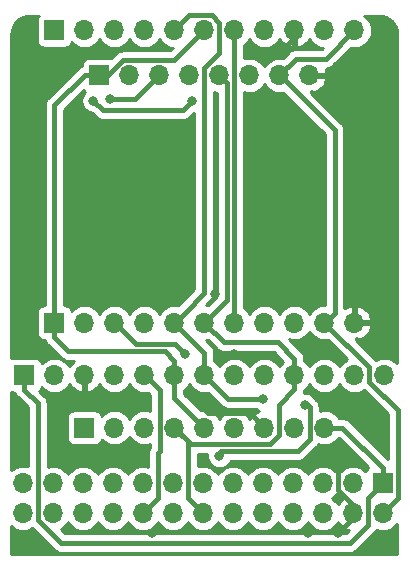
<source format=gbr>
G04 #@! TF.GenerationSoftware,KiCad,Pcbnew,(5.1.4)-1*
G04 #@! TF.CreationDate,2019-12-12T19:40:31+09:00*
G04 #@! TF.ProjectId,microcar_head,6d696372-6f63-4617-925f-686561642e6b,rev?*
G04 #@! TF.SameCoordinates,Original*
G04 #@! TF.FileFunction,Copper,L1,Top*
G04 #@! TF.FilePolarity,Positive*
%FSLAX46Y46*%
G04 Gerber Fmt 4.6, Leading zero omitted, Abs format (unit mm)*
G04 Created by KiCad (PCBNEW (5.1.4)-1) date 2019-12-12 19:40:31*
%MOMM*%
%LPD*%
G04 APERTURE LIST*
%ADD10O,1.700000X1.700000*%
%ADD11R,1.700000X1.700000*%
%ADD12C,0.800000*%
%ADD13C,0.400000*%
%ADD14C,0.254000*%
G04 APERTURE END LIST*
D10*
X13716000Y-61214000D03*
X13716000Y-58674000D03*
X16256000Y-61214000D03*
X16256000Y-58674000D03*
X18796000Y-61214000D03*
X18796000Y-58674000D03*
X21336000Y-61214000D03*
X21336000Y-58674000D03*
X23876000Y-61214000D03*
X23876000Y-58674000D03*
X26416000Y-61214000D03*
X26416000Y-58674000D03*
X28956000Y-61214000D03*
X28956000Y-58674000D03*
X31496000Y-61214000D03*
X31496000Y-58674000D03*
X34036000Y-61214000D03*
X34036000Y-58674000D03*
X36576000Y-61214000D03*
X36576000Y-58674000D03*
X39116000Y-61214000D03*
X39116000Y-58674000D03*
X41656000Y-61214000D03*
X41656000Y-58674000D03*
X44196000Y-61214000D03*
D11*
X44196000Y-58674000D03*
X16383000Y-45085000D03*
D10*
X18923000Y-45085000D03*
X21463000Y-45085000D03*
X24003000Y-45085000D03*
X26543000Y-45085000D03*
X29083000Y-45085000D03*
X31623000Y-45085000D03*
X34163000Y-45085000D03*
X36703000Y-45085000D03*
X39243000Y-45085000D03*
X41783000Y-45085000D03*
D11*
X16383000Y-20320000D03*
D10*
X18923000Y-20320000D03*
X21463000Y-20320000D03*
X24003000Y-20320000D03*
X26543000Y-20320000D03*
X29083000Y-20320000D03*
X31623000Y-20320000D03*
X34163000Y-20320000D03*
X36703000Y-20320000D03*
X39243000Y-20320000D03*
X41783000Y-20320000D03*
D11*
X13843000Y-49530000D03*
D10*
X16383000Y-49530000D03*
X18923000Y-49530000D03*
X21463000Y-49530000D03*
X24003000Y-49530000D03*
X26543000Y-49530000D03*
X29083000Y-49530000D03*
X31623000Y-49530000D03*
X34163000Y-49530000D03*
X36703000Y-49530000D03*
X39243000Y-49530000D03*
X41783000Y-49530000D03*
X44323000Y-49530000D03*
D11*
X18923000Y-53975000D03*
D10*
X21463000Y-53975000D03*
X24003000Y-53975000D03*
X26543000Y-53975000D03*
X29083000Y-53975000D03*
X31623000Y-53975000D03*
X34163000Y-53975000D03*
X36703000Y-53975000D03*
X39243000Y-53975000D03*
D11*
X20193000Y-24130000D03*
D10*
X22733000Y-24130000D03*
X25273000Y-24130000D03*
X27813000Y-24130000D03*
X30353000Y-24130000D03*
X32893000Y-24130000D03*
X35433000Y-24130000D03*
X37973000Y-24130000D03*
D12*
X40366001Y-56876001D03*
X41465500Y-52578000D03*
X43942000Y-52578000D03*
X42672000Y-52578000D03*
X43688000Y-46228000D03*
X44958000Y-46228000D03*
X44958000Y-47498000D03*
X43688000Y-47498000D03*
X19050000Y-51816000D03*
X27686000Y-51054000D03*
X22917686Y-51250314D03*
X17526000Y-56134000D03*
X20066000Y-56134000D03*
X22606000Y-56134000D03*
X24003000Y-42672000D03*
X29972000Y-42672000D03*
X34163000Y-42545000D03*
X36703000Y-42545000D03*
X41783000Y-42545000D03*
X13970000Y-42672000D03*
X13970000Y-45085000D03*
X13843000Y-53975000D03*
X35433000Y-22225000D03*
X40513000Y-24130000D03*
X41783000Y-24130000D03*
X40386000Y-62865000D03*
X37846000Y-62865000D03*
X43561000Y-63627000D03*
X44704000Y-63627000D03*
X13843000Y-63627000D03*
X24638000Y-62865000D03*
X31623000Y-47752000D03*
X38100000Y-47498000D03*
X20320000Y-42672000D03*
X37592000Y-52070000D03*
X27432000Y-47752000D03*
X21082002Y-26162000D03*
X30353000Y-56388000D03*
X34036000Y-51562000D03*
X19685000Y-26289000D03*
X28067000Y-26289000D03*
D13*
X40366001Y-59234003D02*
X40366001Y-56876001D01*
X41656000Y-61214000D02*
X41656000Y-60524002D01*
X41656000Y-60524002D02*
X40366001Y-59234003D01*
X40366001Y-56876001D02*
X40132000Y-56642000D01*
X40366001Y-56876001D02*
X40366001Y-56876001D01*
X32912999Y-52724999D02*
X29356999Y-52724999D01*
X34163000Y-53975000D02*
X32912999Y-52724999D01*
X29356999Y-52724999D02*
X27686000Y-51054000D01*
X22352000Y-51816000D02*
X19050000Y-51816000D01*
X22917686Y-51250314D02*
X22352000Y-51816000D01*
X36703000Y-20955000D02*
X35433000Y-22225000D01*
X36703000Y-20320000D02*
X36703000Y-20955000D01*
X41656000Y-61595000D02*
X40386000Y-62865000D01*
X41656000Y-61214000D02*
X41656000Y-61595000D01*
X43033001Y-50090003D02*
X43033001Y-48875001D01*
X45446001Y-52503003D02*
X43033001Y-50090003D01*
X44196000Y-61214000D02*
X45446001Y-59963999D01*
X45446001Y-59963999D02*
X45446001Y-52503003D01*
X43033001Y-48875001D02*
X39243000Y-45085000D01*
X36282999Y-24979999D02*
X35433000Y-24130000D01*
X40092999Y-28789999D02*
X36282999Y-24979999D01*
X39243000Y-45085000D02*
X40092999Y-44235001D01*
X40092999Y-44235001D02*
X40092999Y-28789999D01*
X39370000Y-22733000D02*
X41783000Y-20320000D01*
X35433000Y-24130000D02*
X36830000Y-22733000D01*
X36830000Y-22733000D02*
X39370000Y-22733000D01*
X30455909Y-55972010D02*
X36991990Y-55972010D01*
X37992999Y-54971001D02*
X37992999Y-54575001D01*
X36991990Y-55972010D02*
X37992999Y-54971001D01*
X37992999Y-54575001D02*
X37992999Y-52216999D01*
X37992999Y-52216999D02*
X37846000Y-52070000D01*
X37846000Y-52070000D02*
X37592000Y-52070000D01*
X22312999Y-45934999D02*
X21463000Y-45085000D01*
X23275990Y-46897990D02*
X22312999Y-45934999D01*
X27432000Y-47752000D02*
X26577990Y-46897990D01*
X26577990Y-46897990D02*
X23275990Y-46897990D01*
X21647687Y-26162000D02*
X21082002Y-26162000D01*
X23241000Y-26162000D02*
X21647687Y-26162000D01*
X25273000Y-24130000D02*
X23241000Y-26162000D01*
X30455909Y-55972010D02*
X30455909Y-56285091D01*
X30455909Y-56285091D02*
X30353000Y-56388000D01*
X40445081Y-53975000D02*
X39243000Y-53975000D01*
X40747000Y-53975000D02*
X40445081Y-53975000D01*
X44196000Y-58674000D02*
X44196000Y-57424000D01*
X44196000Y-57424000D02*
X40747000Y-53975000D01*
X42945999Y-59924001D02*
X44196000Y-58674000D01*
X13843000Y-50780000D02*
X14966001Y-51903001D01*
X13843000Y-49530000D02*
X13843000Y-50780000D01*
X14966001Y-51903001D02*
X14966001Y-61774003D01*
X14966001Y-61774003D02*
X16945998Y-63754000D01*
X16945998Y-63754000D02*
X41402000Y-63754000D01*
X42945999Y-62210001D02*
X42945999Y-59924001D01*
X41402000Y-63754000D02*
X42945999Y-62210001D01*
X26543000Y-51435000D02*
X26543000Y-49530000D01*
X29083000Y-53975000D02*
X26543000Y-51435000D01*
X26543000Y-48327919D02*
X25713081Y-47498000D01*
X26543000Y-49530000D02*
X26543000Y-48327919D01*
X16383000Y-46335000D02*
X16383000Y-45085000D01*
X25713081Y-47498000D02*
X17546000Y-47498000D01*
X17546000Y-47498000D02*
X16383000Y-46335000D01*
X18943000Y-24130000D02*
X20193000Y-24130000D01*
X16383000Y-45085000D02*
X16383000Y-26690000D01*
X16383000Y-26690000D02*
X18943000Y-24130000D01*
X20882998Y-24130000D02*
X22152998Y-22860000D01*
X20193000Y-24130000D02*
X20882998Y-24130000D01*
X26543000Y-22860000D02*
X29083000Y-20320000D01*
X22152998Y-22860000D02*
X26543000Y-22860000D01*
X24852999Y-50379999D02*
X24003000Y-49530000D01*
X25292999Y-50819999D02*
X24852999Y-50379999D01*
X25292999Y-55987001D02*
X25292999Y-50819999D01*
X25165999Y-56114001D02*
X25292999Y-55987001D01*
X23876000Y-61214000D02*
X25165999Y-59924001D01*
X25165999Y-59924001D02*
X25165999Y-56114001D01*
X31623000Y-20320000D02*
X31623000Y-45085000D01*
X31115000Y-51562000D02*
X29083000Y-49530000D01*
X34036000Y-51562000D02*
X31115000Y-51562000D01*
X29083000Y-47625000D02*
X26543000Y-45085000D01*
X29083000Y-49530000D02*
X29083000Y-47625000D01*
X27392999Y-44235001D02*
X26543000Y-45085000D01*
X29063001Y-42564999D02*
X27392999Y-44235001D01*
X27793001Y-19069999D02*
X29683001Y-19069999D01*
X26543000Y-20320000D02*
X27793001Y-19069999D01*
X29683001Y-19069999D02*
X30333001Y-19719999D01*
X30333001Y-19719999D02*
X30333001Y-22259999D01*
X30333001Y-22259999D02*
X29063001Y-23529999D01*
X29063001Y-23529999D02*
X29063001Y-42564999D01*
X35413001Y-54575001D02*
X34616002Y-55372000D01*
X35413001Y-52022080D02*
X35413001Y-54575001D01*
X36703000Y-49530000D02*
X36703000Y-50732081D01*
X36703000Y-50732081D02*
X35413001Y-52022080D01*
X27940000Y-55372000D02*
X26543000Y-53975000D01*
X34616002Y-55372000D02*
X27940000Y-55372000D01*
X30988000Y-43180000D02*
X29083000Y-45085000D01*
X30353000Y-24130000D02*
X30988000Y-24765000D01*
X30988000Y-24765000D02*
X30988000Y-43180000D01*
X29083000Y-45085000D02*
X30734000Y-46736000D01*
X30734000Y-46736000D02*
X35306000Y-46736000D01*
X36703000Y-48133000D02*
X36703000Y-49530000D01*
X35306000Y-46736000D02*
X36703000Y-48133000D01*
X27392999Y-54824999D02*
X26543000Y-53975000D01*
X27705999Y-55137999D02*
X27392999Y-54824999D01*
X28956000Y-61214000D02*
X27705999Y-59963999D01*
X27705999Y-59963999D02*
X27705999Y-55137999D01*
X27266999Y-27089001D02*
X27667001Y-26688999D01*
X27667001Y-26688999D02*
X28067000Y-26289000D01*
X19685000Y-26289000D02*
X20485001Y-27089001D01*
X20485001Y-27089001D02*
X27266999Y-27089001D01*
D14*
G36*
X45390001Y-64660000D02*
G01*
X12725000Y-64660000D01*
X12725000Y-62321767D01*
X12886986Y-62454706D01*
X13144966Y-62592599D01*
X13424889Y-62677513D01*
X13643050Y-62699000D01*
X13788950Y-62699000D01*
X14007111Y-62677513D01*
X14287034Y-62592599D01*
X14493416Y-62482285D01*
X16326561Y-64315432D01*
X16352707Y-64347291D01*
X16479852Y-64451636D01*
X16624911Y-64529172D01*
X16782309Y-64576918D01*
X16904979Y-64589000D01*
X16904980Y-64589000D01*
X16945998Y-64593040D01*
X16987016Y-64589000D01*
X41360982Y-64589000D01*
X41402000Y-64593040D01*
X41443018Y-64589000D01*
X41443019Y-64589000D01*
X41565689Y-64576918D01*
X41723087Y-64529172D01*
X41868146Y-64451636D01*
X41995291Y-64347291D01*
X42021446Y-64315421D01*
X43507427Y-62829441D01*
X43539290Y-62803292D01*
X43643635Y-62676147D01*
X43679457Y-62609129D01*
X43904889Y-62677513D01*
X44123050Y-62699000D01*
X44268950Y-62699000D01*
X44487111Y-62677513D01*
X44767034Y-62592599D01*
X45025014Y-62454706D01*
X45251134Y-62269134D01*
X45390001Y-62099924D01*
X45390001Y-64660000D01*
X45390001Y-64660000D01*
G37*
X45390001Y-64660000D02*
X12725000Y-64660000D01*
X12725000Y-62321767D01*
X12886986Y-62454706D01*
X13144966Y-62592599D01*
X13424889Y-62677513D01*
X13643050Y-62699000D01*
X13788950Y-62699000D01*
X14007111Y-62677513D01*
X14287034Y-62592599D01*
X14493416Y-62482285D01*
X16326561Y-64315432D01*
X16352707Y-64347291D01*
X16479852Y-64451636D01*
X16624911Y-64529172D01*
X16782309Y-64576918D01*
X16904979Y-64589000D01*
X16904980Y-64589000D01*
X16945998Y-64593040D01*
X16987016Y-64589000D01*
X41360982Y-64589000D01*
X41402000Y-64593040D01*
X41443018Y-64589000D01*
X41443019Y-64589000D01*
X41565689Y-64576918D01*
X41723087Y-64529172D01*
X41868146Y-64451636D01*
X41995291Y-64347291D01*
X42021446Y-64315421D01*
X43507427Y-62829441D01*
X43539290Y-62803292D01*
X43643635Y-62676147D01*
X43679457Y-62609129D01*
X43904889Y-62677513D01*
X44123050Y-62699000D01*
X44268950Y-62699000D01*
X44487111Y-62677513D01*
X44767034Y-62592599D01*
X45025014Y-62454706D01*
X45251134Y-62269134D01*
X45390001Y-62099924D01*
X45390001Y-64660000D01*
G36*
X40460822Y-62095355D02*
G01*
X40655731Y-62311588D01*
X40889080Y-62485641D01*
X41151901Y-62610825D01*
X41299110Y-62655476D01*
X41342617Y-62632516D01*
X41056133Y-62919000D01*
X17291867Y-62919000D01*
X16917246Y-62544380D01*
X17085014Y-62454706D01*
X17311134Y-62269134D01*
X17496706Y-62043014D01*
X17526000Y-61988209D01*
X17555294Y-62043014D01*
X17740866Y-62269134D01*
X17966986Y-62454706D01*
X18224966Y-62592599D01*
X18504889Y-62677513D01*
X18723050Y-62699000D01*
X18868950Y-62699000D01*
X19087111Y-62677513D01*
X19367034Y-62592599D01*
X19625014Y-62454706D01*
X19851134Y-62269134D01*
X20036706Y-62043014D01*
X20066000Y-61988209D01*
X20095294Y-62043014D01*
X20280866Y-62269134D01*
X20506986Y-62454706D01*
X20764966Y-62592599D01*
X21044889Y-62677513D01*
X21263050Y-62699000D01*
X21408950Y-62699000D01*
X21627111Y-62677513D01*
X21907034Y-62592599D01*
X22165014Y-62454706D01*
X22391134Y-62269134D01*
X22576706Y-62043014D01*
X22606000Y-61988209D01*
X22635294Y-62043014D01*
X22820866Y-62269134D01*
X23046986Y-62454706D01*
X23304966Y-62592599D01*
X23584889Y-62677513D01*
X23803050Y-62699000D01*
X23948950Y-62699000D01*
X24167111Y-62677513D01*
X24447034Y-62592599D01*
X24705014Y-62454706D01*
X24931134Y-62269134D01*
X25116706Y-62043014D01*
X25146000Y-61988209D01*
X25175294Y-62043014D01*
X25360866Y-62269134D01*
X25586986Y-62454706D01*
X25844966Y-62592599D01*
X26124889Y-62677513D01*
X26343050Y-62699000D01*
X26488950Y-62699000D01*
X26707111Y-62677513D01*
X26987034Y-62592599D01*
X27245014Y-62454706D01*
X27471134Y-62269134D01*
X27656706Y-62043014D01*
X27686000Y-61988209D01*
X27715294Y-62043014D01*
X27900866Y-62269134D01*
X28126986Y-62454706D01*
X28384966Y-62592599D01*
X28664889Y-62677513D01*
X28883050Y-62699000D01*
X29028950Y-62699000D01*
X29247111Y-62677513D01*
X29527034Y-62592599D01*
X29785014Y-62454706D01*
X30011134Y-62269134D01*
X30196706Y-62043014D01*
X30226000Y-61988209D01*
X30255294Y-62043014D01*
X30440866Y-62269134D01*
X30666986Y-62454706D01*
X30924966Y-62592599D01*
X31204889Y-62677513D01*
X31423050Y-62699000D01*
X31568950Y-62699000D01*
X31787111Y-62677513D01*
X32067034Y-62592599D01*
X32325014Y-62454706D01*
X32551134Y-62269134D01*
X32736706Y-62043014D01*
X32766000Y-61988209D01*
X32795294Y-62043014D01*
X32980866Y-62269134D01*
X33206986Y-62454706D01*
X33464966Y-62592599D01*
X33744889Y-62677513D01*
X33963050Y-62699000D01*
X34108950Y-62699000D01*
X34327111Y-62677513D01*
X34607034Y-62592599D01*
X34865014Y-62454706D01*
X35091134Y-62269134D01*
X35276706Y-62043014D01*
X35306000Y-61988209D01*
X35335294Y-62043014D01*
X35520866Y-62269134D01*
X35746986Y-62454706D01*
X36004966Y-62592599D01*
X36284889Y-62677513D01*
X36503050Y-62699000D01*
X36648950Y-62699000D01*
X36867111Y-62677513D01*
X37147034Y-62592599D01*
X37405014Y-62454706D01*
X37631134Y-62269134D01*
X37816706Y-62043014D01*
X37846000Y-61988209D01*
X37875294Y-62043014D01*
X38060866Y-62269134D01*
X38286986Y-62454706D01*
X38544966Y-62592599D01*
X38824889Y-62677513D01*
X39043050Y-62699000D01*
X39188950Y-62699000D01*
X39407111Y-62677513D01*
X39687034Y-62592599D01*
X39945014Y-62454706D01*
X40171134Y-62269134D01*
X40356706Y-62043014D01*
X40391201Y-61978477D01*
X40460822Y-62095355D01*
X40460822Y-62095355D01*
G37*
X40460822Y-62095355D02*
X40655731Y-62311588D01*
X40889080Y-62485641D01*
X41151901Y-62610825D01*
X41299110Y-62655476D01*
X41342617Y-62632516D01*
X41056133Y-62919000D01*
X17291867Y-62919000D01*
X16917246Y-62544380D01*
X17085014Y-62454706D01*
X17311134Y-62269134D01*
X17496706Y-62043014D01*
X17526000Y-61988209D01*
X17555294Y-62043014D01*
X17740866Y-62269134D01*
X17966986Y-62454706D01*
X18224966Y-62592599D01*
X18504889Y-62677513D01*
X18723050Y-62699000D01*
X18868950Y-62699000D01*
X19087111Y-62677513D01*
X19367034Y-62592599D01*
X19625014Y-62454706D01*
X19851134Y-62269134D01*
X20036706Y-62043014D01*
X20066000Y-61988209D01*
X20095294Y-62043014D01*
X20280866Y-62269134D01*
X20506986Y-62454706D01*
X20764966Y-62592599D01*
X21044889Y-62677513D01*
X21263050Y-62699000D01*
X21408950Y-62699000D01*
X21627111Y-62677513D01*
X21907034Y-62592599D01*
X22165014Y-62454706D01*
X22391134Y-62269134D01*
X22576706Y-62043014D01*
X22606000Y-61988209D01*
X22635294Y-62043014D01*
X22820866Y-62269134D01*
X23046986Y-62454706D01*
X23304966Y-62592599D01*
X23584889Y-62677513D01*
X23803050Y-62699000D01*
X23948950Y-62699000D01*
X24167111Y-62677513D01*
X24447034Y-62592599D01*
X24705014Y-62454706D01*
X24931134Y-62269134D01*
X25116706Y-62043014D01*
X25146000Y-61988209D01*
X25175294Y-62043014D01*
X25360866Y-62269134D01*
X25586986Y-62454706D01*
X25844966Y-62592599D01*
X26124889Y-62677513D01*
X26343050Y-62699000D01*
X26488950Y-62699000D01*
X26707111Y-62677513D01*
X26987034Y-62592599D01*
X27245014Y-62454706D01*
X27471134Y-62269134D01*
X27656706Y-62043014D01*
X27686000Y-61988209D01*
X27715294Y-62043014D01*
X27900866Y-62269134D01*
X28126986Y-62454706D01*
X28384966Y-62592599D01*
X28664889Y-62677513D01*
X28883050Y-62699000D01*
X29028950Y-62699000D01*
X29247111Y-62677513D01*
X29527034Y-62592599D01*
X29785014Y-62454706D01*
X30011134Y-62269134D01*
X30196706Y-62043014D01*
X30226000Y-61988209D01*
X30255294Y-62043014D01*
X30440866Y-62269134D01*
X30666986Y-62454706D01*
X30924966Y-62592599D01*
X31204889Y-62677513D01*
X31423050Y-62699000D01*
X31568950Y-62699000D01*
X31787111Y-62677513D01*
X32067034Y-62592599D01*
X32325014Y-62454706D01*
X32551134Y-62269134D01*
X32736706Y-62043014D01*
X32766000Y-61988209D01*
X32795294Y-62043014D01*
X32980866Y-62269134D01*
X33206986Y-62454706D01*
X33464966Y-62592599D01*
X33744889Y-62677513D01*
X33963050Y-62699000D01*
X34108950Y-62699000D01*
X34327111Y-62677513D01*
X34607034Y-62592599D01*
X34865014Y-62454706D01*
X35091134Y-62269134D01*
X35276706Y-62043014D01*
X35306000Y-61988209D01*
X35335294Y-62043014D01*
X35520866Y-62269134D01*
X35746986Y-62454706D01*
X36004966Y-62592599D01*
X36284889Y-62677513D01*
X36503050Y-62699000D01*
X36648950Y-62699000D01*
X36867111Y-62677513D01*
X37147034Y-62592599D01*
X37405014Y-62454706D01*
X37631134Y-62269134D01*
X37816706Y-62043014D01*
X37846000Y-61988209D01*
X37875294Y-62043014D01*
X38060866Y-62269134D01*
X38286986Y-62454706D01*
X38544966Y-62592599D01*
X38824889Y-62677513D01*
X39043050Y-62699000D01*
X39188950Y-62699000D01*
X39407111Y-62677513D01*
X39687034Y-62592599D01*
X39945014Y-62454706D01*
X40171134Y-62269134D01*
X40356706Y-62043014D01*
X40391201Y-61978477D01*
X40460822Y-62095355D01*
G36*
X41783000Y-61087000D02*
G01*
X41803000Y-61087000D01*
X41803000Y-61341000D01*
X41783000Y-61341000D01*
X41783000Y-61361000D01*
X41529000Y-61361000D01*
X41529000Y-61341000D01*
X41509000Y-61341000D01*
X41509000Y-61087000D01*
X41529000Y-61087000D01*
X41529000Y-61067000D01*
X41783000Y-61067000D01*
X41783000Y-61087000D01*
X41783000Y-61087000D01*
G37*
X41783000Y-61087000D02*
X41803000Y-61087000D01*
X41803000Y-61341000D01*
X41783000Y-61341000D01*
X41783000Y-61361000D01*
X41529000Y-61361000D01*
X41529000Y-61341000D01*
X41509000Y-61341000D01*
X41509000Y-61087000D01*
X41529000Y-61087000D01*
X41529000Y-61067000D01*
X41783000Y-61067000D01*
X41783000Y-61087000D01*
G36*
X40415294Y-59503014D02*
G01*
X40600866Y-59729134D01*
X40826986Y-59914706D01*
X40884756Y-59945584D01*
X40655731Y-60116412D01*
X40460822Y-60332645D01*
X40391201Y-60449523D01*
X40356706Y-60384986D01*
X40171134Y-60158866D01*
X39945014Y-59973294D01*
X39890209Y-59944000D01*
X39945014Y-59914706D01*
X40171134Y-59729134D01*
X40356706Y-59503014D01*
X40386000Y-59448209D01*
X40415294Y-59503014D01*
X40415294Y-59503014D01*
G37*
X40415294Y-59503014D02*
X40600866Y-59729134D01*
X40826986Y-59914706D01*
X40884756Y-59945584D01*
X40655731Y-60116412D01*
X40460822Y-60332645D01*
X40391201Y-60449523D01*
X40356706Y-60384986D01*
X40171134Y-60158866D01*
X39945014Y-59973294D01*
X39890209Y-59944000D01*
X39945014Y-59914706D01*
X40171134Y-59729134D01*
X40356706Y-59503014D01*
X40386000Y-59448209D01*
X40415294Y-59503014D01*
G36*
X19050000Y-49403000D02*
G01*
X19070000Y-49403000D01*
X19070000Y-49657000D01*
X19050000Y-49657000D01*
X19050000Y-50850155D01*
X19279890Y-50971476D01*
X19427099Y-50926825D01*
X19689920Y-50801641D01*
X19923269Y-50627588D01*
X20118178Y-50411355D01*
X20187799Y-50294477D01*
X20222294Y-50359014D01*
X20407866Y-50585134D01*
X20633986Y-50770706D01*
X20891966Y-50908599D01*
X21171889Y-50993513D01*
X21390050Y-51015000D01*
X21535950Y-51015000D01*
X21754111Y-50993513D01*
X22034034Y-50908599D01*
X22292014Y-50770706D01*
X22518134Y-50585134D01*
X22703706Y-50359014D01*
X22733000Y-50304209D01*
X22762294Y-50359014D01*
X22947866Y-50585134D01*
X23173986Y-50770706D01*
X23431966Y-50908599D01*
X23711889Y-50993513D01*
X23930050Y-51015000D01*
X24075950Y-51015000D01*
X24286404Y-50994272D01*
X24291569Y-50999437D01*
X24291575Y-50999442D01*
X24458000Y-51165867D01*
X24458000Y-52561202D01*
X24294111Y-52511487D01*
X24075950Y-52490000D01*
X23930050Y-52490000D01*
X23711889Y-52511487D01*
X23431966Y-52596401D01*
X23173986Y-52734294D01*
X22947866Y-52919866D01*
X22762294Y-53145986D01*
X22733000Y-53200791D01*
X22703706Y-53145986D01*
X22518134Y-52919866D01*
X22292014Y-52734294D01*
X22034034Y-52596401D01*
X21754111Y-52511487D01*
X21535950Y-52490000D01*
X21390050Y-52490000D01*
X21171889Y-52511487D01*
X20891966Y-52596401D01*
X20633986Y-52734294D01*
X20407866Y-52919866D01*
X20383393Y-52949687D01*
X20362502Y-52880820D01*
X20303537Y-52770506D01*
X20224185Y-52673815D01*
X20127494Y-52594463D01*
X20017180Y-52535498D01*
X19897482Y-52499188D01*
X19773000Y-52486928D01*
X18073000Y-52486928D01*
X17948518Y-52499188D01*
X17828820Y-52535498D01*
X17718506Y-52594463D01*
X17621815Y-52673815D01*
X17542463Y-52770506D01*
X17483498Y-52880820D01*
X17447188Y-53000518D01*
X17434928Y-53125000D01*
X17434928Y-54825000D01*
X17447188Y-54949482D01*
X17483498Y-55069180D01*
X17542463Y-55179494D01*
X17621815Y-55276185D01*
X17718506Y-55355537D01*
X17828820Y-55414502D01*
X17948518Y-55450812D01*
X18073000Y-55463072D01*
X19773000Y-55463072D01*
X19897482Y-55450812D01*
X20017180Y-55414502D01*
X20127494Y-55355537D01*
X20224185Y-55276185D01*
X20303537Y-55179494D01*
X20362502Y-55069180D01*
X20383393Y-55000313D01*
X20407866Y-55030134D01*
X20633986Y-55215706D01*
X20891966Y-55353599D01*
X21171889Y-55438513D01*
X21390050Y-55460000D01*
X21535950Y-55460000D01*
X21754111Y-55438513D01*
X22034034Y-55353599D01*
X22292014Y-55215706D01*
X22518134Y-55030134D01*
X22703706Y-54804014D01*
X22733000Y-54749209D01*
X22762294Y-54804014D01*
X22947866Y-55030134D01*
X23173986Y-55215706D01*
X23431966Y-55353599D01*
X23711889Y-55438513D01*
X23930050Y-55460000D01*
X24075950Y-55460000D01*
X24294111Y-55438513D01*
X24457999Y-55388798D01*
X24457999Y-55667245D01*
X24390827Y-55792915D01*
X24343081Y-55950313D01*
X24326959Y-56114001D01*
X24331000Y-56155029D01*
X24331000Y-57260202D01*
X24167111Y-57210487D01*
X23948950Y-57189000D01*
X23803050Y-57189000D01*
X23584889Y-57210487D01*
X23304966Y-57295401D01*
X23046986Y-57433294D01*
X22820866Y-57618866D01*
X22635294Y-57844986D01*
X22606000Y-57899791D01*
X22576706Y-57844986D01*
X22391134Y-57618866D01*
X22165014Y-57433294D01*
X21907034Y-57295401D01*
X21627111Y-57210487D01*
X21408950Y-57189000D01*
X21263050Y-57189000D01*
X21044889Y-57210487D01*
X20764966Y-57295401D01*
X20506986Y-57433294D01*
X20280866Y-57618866D01*
X20095294Y-57844986D01*
X20066000Y-57899791D01*
X20036706Y-57844986D01*
X19851134Y-57618866D01*
X19625014Y-57433294D01*
X19367034Y-57295401D01*
X19087111Y-57210487D01*
X18868950Y-57189000D01*
X18723050Y-57189000D01*
X18504889Y-57210487D01*
X18224966Y-57295401D01*
X17966986Y-57433294D01*
X17740866Y-57618866D01*
X17555294Y-57844986D01*
X17526000Y-57899791D01*
X17496706Y-57844986D01*
X17311134Y-57618866D01*
X17085014Y-57433294D01*
X16827034Y-57295401D01*
X16547111Y-57210487D01*
X16328950Y-57189000D01*
X16183050Y-57189000D01*
X15964889Y-57210487D01*
X15801001Y-57260202D01*
X15801001Y-51944016D01*
X15805041Y-51903000D01*
X15800647Y-51858391D01*
X15788919Y-51739312D01*
X15741173Y-51581914D01*
X15663637Y-51436855D01*
X15559292Y-51309710D01*
X15527429Y-51283561D01*
X15106214Y-50862347D01*
X15144185Y-50831185D01*
X15223537Y-50734494D01*
X15282502Y-50624180D01*
X15303393Y-50555313D01*
X15327866Y-50585134D01*
X15553986Y-50770706D01*
X15811966Y-50908599D01*
X16091889Y-50993513D01*
X16310050Y-51015000D01*
X16455950Y-51015000D01*
X16674111Y-50993513D01*
X16954034Y-50908599D01*
X17212014Y-50770706D01*
X17438134Y-50585134D01*
X17623706Y-50359014D01*
X17658201Y-50294477D01*
X17727822Y-50411355D01*
X17922731Y-50627588D01*
X18156080Y-50801641D01*
X18418901Y-50926825D01*
X18566110Y-50971476D01*
X18796000Y-50850155D01*
X18796000Y-49657000D01*
X18776000Y-49657000D01*
X18776000Y-49403000D01*
X18796000Y-49403000D01*
X18796000Y-49383000D01*
X19050000Y-49383000D01*
X19050000Y-49403000D01*
X19050000Y-49403000D01*
G37*
X19050000Y-49403000D02*
X19070000Y-49403000D01*
X19070000Y-49657000D01*
X19050000Y-49657000D01*
X19050000Y-50850155D01*
X19279890Y-50971476D01*
X19427099Y-50926825D01*
X19689920Y-50801641D01*
X19923269Y-50627588D01*
X20118178Y-50411355D01*
X20187799Y-50294477D01*
X20222294Y-50359014D01*
X20407866Y-50585134D01*
X20633986Y-50770706D01*
X20891966Y-50908599D01*
X21171889Y-50993513D01*
X21390050Y-51015000D01*
X21535950Y-51015000D01*
X21754111Y-50993513D01*
X22034034Y-50908599D01*
X22292014Y-50770706D01*
X22518134Y-50585134D01*
X22703706Y-50359014D01*
X22733000Y-50304209D01*
X22762294Y-50359014D01*
X22947866Y-50585134D01*
X23173986Y-50770706D01*
X23431966Y-50908599D01*
X23711889Y-50993513D01*
X23930050Y-51015000D01*
X24075950Y-51015000D01*
X24286404Y-50994272D01*
X24291569Y-50999437D01*
X24291575Y-50999442D01*
X24458000Y-51165867D01*
X24458000Y-52561202D01*
X24294111Y-52511487D01*
X24075950Y-52490000D01*
X23930050Y-52490000D01*
X23711889Y-52511487D01*
X23431966Y-52596401D01*
X23173986Y-52734294D01*
X22947866Y-52919866D01*
X22762294Y-53145986D01*
X22733000Y-53200791D01*
X22703706Y-53145986D01*
X22518134Y-52919866D01*
X22292014Y-52734294D01*
X22034034Y-52596401D01*
X21754111Y-52511487D01*
X21535950Y-52490000D01*
X21390050Y-52490000D01*
X21171889Y-52511487D01*
X20891966Y-52596401D01*
X20633986Y-52734294D01*
X20407866Y-52919866D01*
X20383393Y-52949687D01*
X20362502Y-52880820D01*
X20303537Y-52770506D01*
X20224185Y-52673815D01*
X20127494Y-52594463D01*
X20017180Y-52535498D01*
X19897482Y-52499188D01*
X19773000Y-52486928D01*
X18073000Y-52486928D01*
X17948518Y-52499188D01*
X17828820Y-52535498D01*
X17718506Y-52594463D01*
X17621815Y-52673815D01*
X17542463Y-52770506D01*
X17483498Y-52880820D01*
X17447188Y-53000518D01*
X17434928Y-53125000D01*
X17434928Y-54825000D01*
X17447188Y-54949482D01*
X17483498Y-55069180D01*
X17542463Y-55179494D01*
X17621815Y-55276185D01*
X17718506Y-55355537D01*
X17828820Y-55414502D01*
X17948518Y-55450812D01*
X18073000Y-55463072D01*
X19773000Y-55463072D01*
X19897482Y-55450812D01*
X20017180Y-55414502D01*
X20127494Y-55355537D01*
X20224185Y-55276185D01*
X20303537Y-55179494D01*
X20362502Y-55069180D01*
X20383393Y-55000313D01*
X20407866Y-55030134D01*
X20633986Y-55215706D01*
X20891966Y-55353599D01*
X21171889Y-55438513D01*
X21390050Y-55460000D01*
X21535950Y-55460000D01*
X21754111Y-55438513D01*
X22034034Y-55353599D01*
X22292014Y-55215706D01*
X22518134Y-55030134D01*
X22703706Y-54804014D01*
X22733000Y-54749209D01*
X22762294Y-54804014D01*
X22947866Y-55030134D01*
X23173986Y-55215706D01*
X23431966Y-55353599D01*
X23711889Y-55438513D01*
X23930050Y-55460000D01*
X24075950Y-55460000D01*
X24294111Y-55438513D01*
X24457999Y-55388798D01*
X24457999Y-55667245D01*
X24390827Y-55792915D01*
X24343081Y-55950313D01*
X24326959Y-56114001D01*
X24331000Y-56155029D01*
X24331000Y-57260202D01*
X24167111Y-57210487D01*
X23948950Y-57189000D01*
X23803050Y-57189000D01*
X23584889Y-57210487D01*
X23304966Y-57295401D01*
X23046986Y-57433294D01*
X22820866Y-57618866D01*
X22635294Y-57844986D01*
X22606000Y-57899791D01*
X22576706Y-57844986D01*
X22391134Y-57618866D01*
X22165014Y-57433294D01*
X21907034Y-57295401D01*
X21627111Y-57210487D01*
X21408950Y-57189000D01*
X21263050Y-57189000D01*
X21044889Y-57210487D01*
X20764966Y-57295401D01*
X20506986Y-57433294D01*
X20280866Y-57618866D01*
X20095294Y-57844986D01*
X20066000Y-57899791D01*
X20036706Y-57844986D01*
X19851134Y-57618866D01*
X19625014Y-57433294D01*
X19367034Y-57295401D01*
X19087111Y-57210487D01*
X18868950Y-57189000D01*
X18723050Y-57189000D01*
X18504889Y-57210487D01*
X18224966Y-57295401D01*
X17966986Y-57433294D01*
X17740866Y-57618866D01*
X17555294Y-57844986D01*
X17526000Y-57899791D01*
X17496706Y-57844986D01*
X17311134Y-57618866D01*
X17085014Y-57433294D01*
X16827034Y-57295401D01*
X16547111Y-57210487D01*
X16328950Y-57189000D01*
X16183050Y-57189000D01*
X15964889Y-57210487D01*
X15801001Y-57260202D01*
X15801001Y-51944016D01*
X15805041Y-51903000D01*
X15800647Y-51858391D01*
X15788919Y-51739312D01*
X15741173Y-51581914D01*
X15663637Y-51436855D01*
X15559292Y-51309710D01*
X15527429Y-51283561D01*
X15106214Y-50862347D01*
X15144185Y-50831185D01*
X15223537Y-50734494D01*
X15282502Y-50624180D01*
X15303393Y-50555313D01*
X15327866Y-50585134D01*
X15553986Y-50770706D01*
X15811966Y-50908599D01*
X16091889Y-50993513D01*
X16310050Y-51015000D01*
X16455950Y-51015000D01*
X16674111Y-50993513D01*
X16954034Y-50908599D01*
X17212014Y-50770706D01*
X17438134Y-50585134D01*
X17623706Y-50359014D01*
X17658201Y-50294477D01*
X17727822Y-50411355D01*
X17922731Y-50627588D01*
X18156080Y-50801641D01*
X18418901Y-50926825D01*
X18566110Y-50971476D01*
X18796000Y-50850155D01*
X18796000Y-49657000D01*
X18776000Y-49657000D01*
X18776000Y-49403000D01*
X18796000Y-49403000D01*
X18796000Y-49383000D01*
X19050000Y-49383000D01*
X19050000Y-49403000D01*
G36*
X42932785Y-57341654D02*
G01*
X42894815Y-57372815D01*
X42815463Y-57469506D01*
X42756498Y-57579820D01*
X42735607Y-57648687D01*
X42711134Y-57618866D01*
X42485014Y-57433294D01*
X42227034Y-57295401D01*
X41947111Y-57210487D01*
X41728950Y-57189000D01*
X41583050Y-57189000D01*
X41364889Y-57210487D01*
X41084966Y-57295401D01*
X40826986Y-57433294D01*
X40600866Y-57618866D01*
X40415294Y-57844986D01*
X40386000Y-57899791D01*
X40356706Y-57844986D01*
X40171134Y-57618866D01*
X39945014Y-57433294D01*
X39687034Y-57295401D01*
X39407111Y-57210487D01*
X39188950Y-57189000D01*
X39043050Y-57189000D01*
X38824889Y-57210487D01*
X38544966Y-57295401D01*
X38286986Y-57433294D01*
X38060866Y-57618866D01*
X37875294Y-57844986D01*
X37846000Y-57899791D01*
X37816706Y-57844986D01*
X37631134Y-57618866D01*
X37405014Y-57433294D01*
X37147034Y-57295401D01*
X36867111Y-57210487D01*
X36648950Y-57189000D01*
X36503050Y-57189000D01*
X36284889Y-57210487D01*
X36004966Y-57295401D01*
X35746986Y-57433294D01*
X35520866Y-57618866D01*
X35335294Y-57844986D01*
X35306000Y-57899791D01*
X35276706Y-57844986D01*
X35091134Y-57618866D01*
X34865014Y-57433294D01*
X34607034Y-57295401D01*
X34327111Y-57210487D01*
X34108950Y-57189000D01*
X33963050Y-57189000D01*
X33744889Y-57210487D01*
X33464966Y-57295401D01*
X33206986Y-57433294D01*
X32980866Y-57618866D01*
X32795294Y-57844986D01*
X32766000Y-57899791D01*
X32736706Y-57844986D01*
X32551134Y-57618866D01*
X32325014Y-57433294D01*
X32067034Y-57295401D01*
X31787111Y-57210487D01*
X31568950Y-57189000D01*
X31423050Y-57189000D01*
X31204889Y-57210487D01*
X30924966Y-57295401D01*
X30666986Y-57433294D01*
X30440866Y-57618866D01*
X30255294Y-57844986D01*
X30226000Y-57899791D01*
X30196706Y-57844986D01*
X30011134Y-57618866D01*
X29785014Y-57433294D01*
X29527034Y-57295401D01*
X29247111Y-57210487D01*
X29028950Y-57189000D01*
X28883050Y-57189000D01*
X28664889Y-57210487D01*
X28540999Y-57248069D01*
X28540999Y-56207000D01*
X29333726Y-56207000D01*
X29318000Y-56286061D01*
X29318000Y-56489939D01*
X29357774Y-56689898D01*
X29435795Y-56878256D01*
X29549063Y-57047774D01*
X29693226Y-57191937D01*
X29862744Y-57305205D01*
X30051102Y-57383226D01*
X30251061Y-57423000D01*
X30454939Y-57423000D01*
X30654898Y-57383226D01*
X30843256Y-57305205D01*
X31012774Y-57191937D01*
X31156937Y-57047774D01*
X31270205Y-56878256D01*
X31299716Y-56807010D01*
X36950972Y-56807010D01*
X36991990Y-56811050D01*
X37033008Y-56807010D01*
X37033009Y-56807010D01*
X37155679Y-56794928D01*
X37313077Y-56747182D01*
X37458136Y-56669646D01*
X37585281Y-56565301D01*
X37611436Y-56533431D01*
X38554427Y-55590441D01*
X38586290Y-55564292D01*
X38690635Y-55437147D01*
X38726457Y-55370129D01*
X38951889Y-55438513D01*
X39170050Y-55460000D01*
X39315950Y-55460000D01*
X39534111Y-55438513D01*
X39814034Y-55353599D01*
X40072014Y-55215706D01*
X40298134Y-55030134D01*
X40443788Y-54852655D01*
X42932785Y-57341654D01*
X42932785Y-57341654D01*
G37*
X42932785Y-57341654D02*
X42894815Y-57372815D01*
X42815463Y-57469506D01*
X42756498Y-57579820D01*
X42735607Y-57648687D01*
X42711134Y-57618866D01*
X42485014Y-57433294D01*
X42227034Y-57295401D01*
X41947111Y-57210487D01*
X41728950Y-57189000D01*
X41583050Y-57189000D01*
X41364889Y-57210487D01*
X41084966Y-57295401D01*
X40826986Y-57433294D01*
X40600866Y-57618866D01*
X40415294Y-57844986D01*
X40386000Y-57899791D01*
X40356706Y-57844986D01*
X40171134Y-57618866D01*
X39945014Y-57433294D01*
X39687034Y-57295401D01*
X39407111Y-57210487D01*
X39188950Y-57189000D01*
X39043050Y-57189000D01*
X38824889Y-57210487D01*
X38544966Y-57295401D01*
X38286986Y-57433294D01*
X38060866Y-57618866D01*
X37875294Y-57844986D01*
X37846000Y-57899791D01*
X37816706Y-57844986D01*
X37631134Y-57618866D01*
X37405014Y-57433294D01*
X37147034Y-57295401D01*
X36867111Y-57210487D01*
X36648950Y-57189000D01*
X36503050Y-57189000D01*
X36284889Y-57210487D01*
X36004966Y-57295401D01*
X35746986Y-57433294D01*
X35520866Y-57618866D01*
X35335294Y-57844986D01*
X35306000Y-57899791D01*
X35276706Y-57844986D01*
X35091134Y-57618866D01*
X34865014Y-57433294D01*
X34607034Y-57295401D01*
X34327111Y-57210487D01*
X34108950Y-57189000D01*
X33963050Y-57189000D01*
X33744889Y-57210487D01*
X33464966Y-57295401D01*
X33206986Y-57433294D01*
X32980866Y-57618866D01*
X32795294Y-57844986D01*
X32766000Y-57899791D01*
X32736706Y-57844986D01*
X32551134Y-57618866D01*
X32325014Y-57433294D01*
X32067034Y-57295401D01*
X31787111Y-57210487D01*
X31568950Y-57189000D01*
X31423050Y-57189000D01*
X31204889Y-57210487D01*
X30924966Y-57295401D01*
X30666986Y-57433294D01*
X30440866Y-57618866D01*
X30255294Y-57844986D01*
X30226000Y-57899791D01*
X30196706Y-57844986D01*
X30011134Y-57618866D01*
X29785014Y-57433294D01*
X29527034Y-57295401D01*
X29247111Y-57210487D01*
X29028950Y-57189000D01*
X28883050Y-57189000D01*
X28664889Y-57210487D01*
X28540999Y-57248069D01*
X28540999Y-56207000D01*
X29333726Y-56207000D01*
X29318000Y-56286061D01*
X29318000Y-56489939D01*
X29357774Y-56689898D01*
X29435795Y-56878256D01*
X29549063Y-57047774D01*
X29693226Y-57191937D01*
X29862744Y-57305205D01*
X30051102Y-57383226D01*
X30251061Y-57423000D01*
X30454939Y-57423000D01*
X30654898Y-57383226D01*
X30843256Y-57305205D01*
X31012774Y-57191937D01*
X31156937Y-57047774D01*
X31270205Y-56878256D01*
X31299716Y-56807010D01*
X36950972Y-56807010D01*
X36991990Y-56811050D01*
X37033008Y-56807010D01*
X37033009Y-56807010D01*
X37155679Y-56794928D01*
X37313077Y-56747182D01*
X37458136Y-56669646D01*
X37585281Y-56565301D01*
X37611436Y-56533431D01*
X38554427Y-55590441D01*
X38586290Y-55564292D01*
X38690635Y-55437147D01*
X38726457Y-55370129D01*
X38951889Y-55438513D01*
X39170050Y-55460000D01*
X39315950Y-55460000D01*
X39534111Y-55438513D01*
X39814034Y-55353599D01*
X40072014Y-55215706D01*
X40298134Y-55030134D01*
X40443788Y-54852655D01*
X42932785Y-57341654D01*
G36*
X12748820Y-50969502D02*
G01*
X12868518Y-51005812D01*
X12993000Y-51018072D01*
X13042646Y-51018072D01*
X13067828Y-51101086D01*
X13145364Y-51246145D01*
X13145365Y-51246146D01*
X13249710Y-51373291D01*
X13281574Y-51399441D01*
X14131001Y-52248869D01*
X14131002Y-57248069D01*
X14007111Y-57210487D01*
X13788950Y-57189000D01*
X13643050Y-57189000D01*
X13424889Y-57210487D01*
X13144966Y-57295401D01*
X12886986Y-57433294D01*
X12725000Y-57566233D01*
X12725000Y-50956770D01*
X12748820Y-50969502D01*
X12748820Y-50969502D01*
G37*
X12748820Y-50969502D02*
X12868518Y-51005812D01*
X12993000Y-51018072D01*
X13042646Y-51018072D01*
X13067828Y-51101086D01*
X13145364Y-51246145D01*
X13145365Y-51246146D01*
X13249710Y-51373291D01*
X13281574Y-51399441D01*
X14131001Y-52248869D01*
X14131002Y-57248069D01*
X14007111Y-57210487D01*
X13788950Y-57189000D01*
X13643050Y-57189000D01*
X13424889Y-57210487D01*
X13144966Y-57295401D01*
X12886986Y-57433294D01*
X12725000Y-57566233D01*
X12725000Y-50956770D01*
X12748820Y-50969502D01*
G36*
X40542294Y-50359014D02*
G01*
X40727866Y-50585134D01*
X40953986Y-50770706D01*
X41211966Y-50908599D01*
X41491889Y-50993513D01*
X41710050Y-51015000D01*
X41855950Y-51015000D01*
X42074111Y-50993513D01*
X42354034Y-50908599D01*
X42560416Y-50798285D01*
X44611002Y-52848872D01*
X44611001Y-56658133D01*
X41366446Y-53413579D01*
X41340291Y-53381709D01*
X41213146Y-53277364D01*
X41068087Y-53199828D01*
X40910689Y-53152082D01*
X40788019Y-53140000D01*
X40788018Y-53140000D01*
X40747000Y-53135960D01*
X40705982Y-53140000D01*
X40478793Y-53140000D01*
X40298134Y-52919866D01*
X40072014Y-52734294D01*
X39814034Y-52596401D01*
X39534111Y-52511487D01*
X39315950Y-52490000D01*
X39170050Y-52490000D01*
X38951889Y-52511487D01*
X38827999Y-52549069D01*
X38827999Y-52258017D01*
X38832039Y-52216999D01*
X38815917Y-52053311D01*
X38810926Y-52036857D01*
X38768171Y-51895912D01*
X38690635Y-51750853D01*
X38586290Y-51623708D01*
X38554420Y-51597553D01*
X38465446Y-51508579D01*
X38445041Y-51483715D01*
X38395937Y-51410226D01*
X38251774Y-51266063D01*
X38082256Y-51152795D01*
X37893898Y-51074774D01*
X37693939Y-51035000D01*
X37490061Y-51035000D01*
X37483274Y-51036350D01*
X37525918Y-50895770D01*
X37538000Y-50773100D01*
X37538783Y-50765151D01*
X37758134Y-50585134D01*
X37943706Y-50359014D01*
X37973000Y-50304209D01*
X38002294Y-50359014D01*
X38187866Y-50585134D01*
X38413986Y-50770706D01*
X38671966Y-50908599D01*
X38951889Y-50993513D01*
X39170050Y-51015000D01*
X39315950Y-51015000D01*
X39534111Y-50993513D01*
X39814034Y-50908599D01*
X40072014Y-50770706D01*
X40298134Y-50585134D01*
X40483706Y-50359014D01*
X40513000Y-50304209D01*
X40542294Y-50359014D01*
X40542294Y-50359014D01*
G37*
X40542294Y-50359014D02*
X40727866Y-50585134D01*
X40953986Y-50770706D01*
X41211966Y-50908599D01*
X41491889Y-50993513D01*
X41710050Y-51015000D01*
X41855950Y-51015000D01*
X42074111Y-50993513D01*
X42354034Y-50908599D01*
X42560416Y-50798285D01*
X44611002Y-52848872D01*
X44611001Y-56658133D01*
X41366446Y-53413579D01*
X41340291Y-53381709D01*
X41213146Y-53277364D01*
X41068087Y-53199828D01*
X40910689Y-53152082D01*
X40788019Y-53140000D01*
X40788018Y-53140000D01*
X40747000Y-53135960D01*
X40705982Y-53140000D01*
X40478793Y-53140000D01*
X40298134Y-52919866D01*
X40072014Y-52734294D01*
X39814034Y-52596401D01*
X39534111Y-52511487D01*
X39315950Y-52490000D01*
X39170050Y-52490000D01*
X38951889Y-52511487D01*
X38827999Y-52549069D01*
X38827999Y-52258017D01*
X38832039Y-52216999D01*
X38815917Y-52053311D01*
X38810926Y-52036857D01*
X38768171Y-51895912D01*
X38690635Y-51750853D01*
X38586290Y-51623708D01*
X38554420Y-51597553D01*
X38465446Y-51508579D01*
X38445041Y-51483715D01*
X38395937Y-51410226D01*
X38251774Y-51266063D01*
X38082256Y-51152795D01*
X37893898Y-51074774D01*
X37693939Y-51035000D01*
X37490061Y-51035000D01*
X37483274Y-51036350D01*
X37525918Y-50895770D01*
X37538000Y-50773100D01*
X37538783Y-50765151D01*
X37758134Y-50585134D01*
X37943706Y-50359014D01*
X37973000Y-50304209D01*
X38002294Y-50359014D01*
X38187866Y-50585134D01*
X38413986Y-50770706D01*
X38671966Y-50908599D01*
X38951889Y-50993513D01*
X39170050Y-51015000D01*
X39315950Y-51015000D01*
X39534111Y-50993513D01*
X39814034Y-50908599D01*
X40072014Y-50770706D01*
X40298134Y-50585134D01*
X40483706Y-50359014D01*
X40513000Y-50304209D01*
X40542294Y-50359014D01*
G36*
X34290000Y-53848000D02*
G01*
X34310000Y-53848000D01*
X34310000Y-54102000D01*
X34290000Y-54102000D01*
X34290000Y-54122000D01*
X34036000Y-54122000D01*
X34036000Y-54102000D01*
X34016000Y-54102000D01*
X34016000Y-53848000D01*
X34036000Y-53848000D01*
X34036000Y-53828000D01*
X34290000Y-53828000D01*
X34290000Y-53848000D01*
X34290000Y-53848000D01*
G37*
X34290000Y-53848000D02*
X34310000Y-53848000D01*
X34310000Y-54102000D01*
X34290000Y-54102000D01*
X34290000Y-54122000D01*
X34036000Y-54122000D01*
X34036000Y-54102000D01*
X34016000Y-54102000D01*
X34016000Y-53848000D01*
X34036000Y-53848000D01*
X34036000Y-53828000D01*
X34290000Y-53828000D01*
X34290000Y-53848000D01*
G36*
X27842294Y-50359014D02*
G01*
X28027866Y-50585134D01*
X28253986Y-50770706D01*
X28511966Y-50908599D01*
X28791889Y-50993513D01*
X29010050Y-51015000D01*
X29155950Y-51015000D01*
X29366404Y-50994272D01*
X30495563Y-52123432D01*
X30521709Y-52155291D01*
X30553568Y-52181437D01*
X30553570Y-52181439D01*
X30602719Y-52221774D01*
X30648854Y-52259636D01*
X30793913Y-52337172D01*
X30951311Y-52384918D01*
X31013936Y-52391086D01*
X31115000Y-52401040D01*
X31156018Y-52397000D01*
X33422715Y-52397000D01*
X33545744Y-52479205D01*
X33731509Y-52556152D01*
X33658901Y-52578175D01*
X33396080Y-52703359D01*
X33162731Y-52877412D01*
X32967822Y-53093645D01*
X32898201Y-53210523D01*
X32863706Y-53145986D01*
X32678134Y-52919866D01*
X32452014Y-52734294D01*
X32194034Y-52596401D01*
X31914111Y-52511487D01*
X31695950Y-52490000D01*
X31550050Y-52490000D01*
X31331889Y-52511487D01*
X31051966Y-52596401D01*
X30793986Y-52734294D01*
X30567866Y-52919866D01*
X30382294Y-53145986D01*
X30353000Y-53200791D01*
X30323706Y-53145986D01*
X30138134Y-52919866D01*
X29912014Y-52734294D01*
X29654034Y-52596401D01*
X29374111Y-52511487D01*
X29155950Y-52490000D01*
X29010050Y-52490000D01*
X28799596Y-52510728D01*
X27378000Y-51089133D01*
X27378000Y-50765793D01*
X27598134Y-50585134D01*
X27783706Y-50359014D01*
X27813000Y-50304209D01*
X27842294Y-50359014D01*
X27842294Y-50359014D01*
G37*
X27842294Y-50359014D02*
X28027866Y-50585134D01*
X28253986Y-50770706D01*
X28511966Y-50908599D01*
X28791889Y-50993513D01*
X29010050Y-51015000D01*
X29155950Y-51015000D01*
X29366404Y-50994272D01*
X30495563Y-52123432D01*
X30521709Y-52155291D01*
X30553568Y-52181437D01*
X30553570Y-52181439D01*
X30602719Y-52221774D01*
X30648854Y-52259636D01*
X30793913Y-52337172D01*
X30951311Y-52384918D01*
X31013936Y-52391086D01*
X31115000Y-52401040D01*
X31156018Y-52397000D01*
X33422715Y-52397000D01*
X33545744Y-52479205D01*
X33731509Y-52556152D01*
X33658901Y-52578175D01*
X33396080Y-52703359D01*
X33162731Y-52877412D01*
X32967822Y-53093645D01*
X32898201Y-53210523D01*
X32863706Y-53145986D01*
X32678134Y-52919866D01*
X32452014Y-52734294D01*
X32194034Y-52596401D01*
X31914111Y-52511487D01*
X31695950Y-52490000D01*
X31550050Y-52490000D01*
X31331889Y-52511487D01*
X31051966Y-52596401D01*
X30793986Y-52734294D01*
X30567866Y-52919866D01*
X30382294Y-53145986D01*
X30353000Y-53200791D01*
X30323706Y-53145986D01*
X30138134Y-52919866D01*
X29912014Y-52734294D01*
X29654034Y-52596401D01*
X29374111Y-52511487D01*
X29155950Y-52490000D01*
X29010050Y-52490000D01*
X28799596Y-52510728D01*
X27378000Y-51089133D01*
X27378000Y-50765793D01*
X27598134Y-50585134D01*
X27783706Y-50359014D01*
X27813000Y-50304209D01*
X27842294Y-50359014D01*
G36*
X15002463Y-19115506D02*
G01*
X14943498Y-19225820D01*
X14907188Y-19345518D01*
X14894928Y-19470000D01*
X14894928Y-21170000D01*
X14907188Y-21294482D01*
X14943498Y-21414180D01*
X15002463Y-21524494D01*
X15081815Y-21621185D01*
X15178506Y-21700537D01*
X15288820Y-21759502D01*
X15408518Y-21795812D01*
X15533000Y-21808072D01*
X17233000Y-21808072D01*
X17357482Y-21795812D01*
X17477180Y-21759502D01*
X17587494Y-21700537D01*
X17684185Y-21621185D01*
X17763537Y-21524494D01*
X17822502Y-21414180D01*
X17843393Y-21345313D01*
X17867866Y-21375134D01*
X18093986Y-21560706D01*
X18351966Y-21698599D01*
X18631889Y-21783513D01*
X18850050Y-21805000D01*
X18995950Y-21805000D01*
X19214111Y-21783513D01*
X19494034Y-21698599D01*
X19752014Y-21560706D01*
X19978134Y-21375134D01*
X20163706Y-21149014D01*
X20193000Y-21094209D01*
X20222294Y-21149014D01*
X20407866Y-21375134D01*
X20633986Y-21560706D01*
X20891966Y-21698599D01*
X21171889Y-21783513D01*
X21390050Y-21805000D01*
X21535950Y-21805000D01*
X21754111Y-21783513D01*
X22034034Y-21698599D01*
X22292014Y-21560706D01*
X22518134Y-21375134D01*
X22703706Y-21149014D01*
X22733000Y-21094209D01*
X22762294Y-21149014D01*
X22947866Y-21375134D01*
X23173986Y-21560706D01*
X23431966Y-21698599D01*
X23711889Y-21783513D01*
X23930050Y-21805000D01*
X24075950Y-21805000D01*
X24294111Y-21783513D01*
X24574034Y-21698599D01*
X24832014Y-21560706D01*
X25058134Y-21375134D01*
X25243706Y-21149014D01*
X25273000Y-21094209D01*
X25302294Y-21149014D01*
X25487866Y-21375134D01*
X25713986Y-21560706D01*
X25971966Y-21698599D01*
X26251889Y-21783513D01*
X26421877Y-21800255D01*
X26197133Y-22025000D01*
X22194013Y-22025000D01*
X22152997Y-22020960D01*
X22111981Y-22025000D01*
X22111979Y-22025000D01*
X21989309Y-22037082D01*
X21831911Y-22084828D01*
X21686852Y-22162364D01*
X21559707Y-22266709D01*
X21533559Y-22298571D01*
X21175508Y-22656623D01*
X21167482Y-22654188D01*
X21043000Y-22641928D01*
X19343000Y-22641928D01*
X19218518Y-22654188D01*
X19098820Y-22690498D01*
X18988506Y-22749463D01*
X18891815Y-22828815D01*
X18812463Y-22925506D01*
X18753498Y-23035820D01*
X18717188Y-23155518D01*
X18704928Y-23280000D01*
X18704928Y-23329646D01*
X18629792Y-23352438D01*
X18621913Y-23354828D01*
X18476854Y-23432364D01*
X18384482Y-23508172D01*
X18349709Y-23536709D01*
X18323563Y-23568568D01*
X15821574Y-26070559D01*
X15789710Y-26096709D01*
X15763562Y-26128571D01*
X15685364Y-26223855D01*
X15607828Y-26368914D01*
X15560082Y-26526312D01*
X15543960Y-26690000D01*
X15548001Y-26731029D01*
X15548000Y-43596928D01*
X15533000Y-43596928D01*
X15408518Y-43609188D01*
X15288820Y-43645498D01*
X15178506Y-43704463D01*
X15081815Y-43783815D01*
X15002463Y-43880506D01*
X14943498Y-43990820D01*
X14907188Y-44110518D01*
X14894928Y-44235000D01*
X14894928Y-45935000D01*
X14907188Y-46059482D01*
X14943498Y-46179180D01*
X15002463Y-46289494D01*
X15081815Y-46386185D01*
X15178506Y-46465537D01*
X15288820Y-46524502D01*
X15408518Y-46560812D01*
X15533000Y-46573072D01*
X15582646Y-46573072D01*
X15607828Y-46656086D01*
X15685364Y-46801145D01*
X15789709Y-46928291D01*
X15821579Y-46954446D01*
X16926558Y-48059426D01*
X16952709Y-48091291D01*
X17079854Y-48195636D01*
X17224913Y-48273172D01*
X17382311Y-48320918D01*
X17504981Y-48333000D01*
X17504991Y-48333000D01*
X17545999Y-48337039D01*
X17587007Y-48333000D01*
X18056010Y-48333000D01*
X17922731Y-48432412D01*
X17727822Y-48648645D01*
X17658201Y-48765523D01*
X17623706Y-48700986D01*
X17438134Y-48474866D01*
X17212014Y-48289294D01*
X16954034Y-48151401D01*
X16674111Y-48066487D01*
X16455950Y-48045000D01*
X16310050Y-48045000D01*
X16091889Y-48066487D01*
X15811966Y-48151401D01*
X15553986Y-48289294D01*
X15327866Y-48474866D01*
X15303393Y-48504687D01*
X15282502Y-48435820D01*
X15223537Y-48325506D01*
X15144185Y-48228815D01*
X15047494Y-48149463D01*
X14937180Y-48090498D01*
X14817482Y-48054188D01*
X14693000Y-48041928D01*
X12993000Y-48041928D01*
X12868518Y-48054188D01*
X12748820Y-48090498D01*
X12725000Y-48103230D01*
X12725000Y-20682278D01*
X12758100Y-20344698D01*
X12846765Y-20051024D01*
X12990787Y-19780157D01*
X13184669Y-19542435D01*
X13421043Y-19346889D01*
X13690892Y-19200982D01*
X13983939Y-19110269D01*
X14319496Y-19075000D01*
X15035705Y-19075000D01*
X15002463Y-19115506D01*
X15002463Y-19115506D01*
G37*
X15002463Y-19115506D02*
X14943498Y-19225820D01*
X14907188Y-19345518D01*
X14894928Y-19470000D01*
X14894928Y-21170000D01*
X14907188Y-21294482D01*
X14943498Y-21414180D01*
X15002463Y-21524494D01*
X15081815Y-21621185D01*
X15178506Y-21700537D01*
X15288820Y-21759502D01*
X15408518Y-21795812D01*
X15533000Y-21808072D01*
X17233000Y-21808072D01*
X17357482Y-21795812D01*
X17477180Y-21759502D01*
X17587494Y-21700537D01*
X17684185Y-21621185D01*
X17763537Y-21524494D01*
X17822502Y-21414180D01*
X17843393Y-21345313D01*
X17867866Y-21375134D01*
X18093986Y-21560706D01*
X18351966Y-21698599D01*
X18631889Y-21783513D01*
X18850050Y-21805000D01*
X18995950Y-21805000D01*
X19214111Y-21783513D01*
X19494034Y-21698599D01*
X19752014Y-21560706D01*
X19978134Y-21375134D01*
X20163706Y-21149014D01*
X20193000Y-21094209D01*
X20222294Y-21149014D01*
X20407866Y-21375134D01*
X20633986Y-21560706D01*
X20891966Y-21698599D01*
X21171889Y-21783513D01*
X21390050Y-21805000D01*
X21535950Y-21805000D01*
X21754111Y-21783513D01*
X22034034Y-21698599D01*
X22292014Y-21560706D01*
X22518134Y-21375134D01*
X22703706Y-21149014D01*
X22733000Y-21094209D01*
X22762294Y-21149014D01*
X22947866Y-21375134D01*
X23173986Y-21560706D01*
X23431966Y-21698599D01*
X23711889Y-21783513D01*
X23930050Y-21805000D01*
X24075950Y-21805000D01*
X24294111Y-21783513D01*
X24574034Y-21698599D01*
X24832014Y-21560706D01*
X25058134Y-21375134D01*
X25243706Y-21149014D01*
X25273000Y-21094209D01*
X25302294Y-21149014D01*
X25487866Y-21375134D01*
X25713986Y-21560706D01*
X25971966Y-21698599D01*
X26251889Y-21783513D01*
X26421877Y-21800255D01*
X26197133Y-22025000D01*
X22194013Y-22025000D01*
X22152997Y-22020960D01*
X22111981Y-22025000D01*
X22111979Y-22025000D01*
X21989309Y-22037082D01*
X21831911Y-22084828D01*
X21686852Y-22162364D01*
X21559707Y-22266709D01*
X21533559Y-22298571D01*
X21175508Y-22656623D01*
X21167482Y-22654188D01*
X21043000Y-22641928D01*
X19343000Y-22641928D01*
X19218518Y-22654188D01*
X19098820Y-22690498D01*
X18988506Y-22749463D01*
X18891815Y-22828815D01*
X18812463Y-22925506D01*
X18753498Y-23035820D01*
X18717188Y-23155518D01*
X18704928Y-23280000D01*
X18704928Y-23329646D01*
X18629792Y-23352438D01*
X18621913Y-23354828D01*
X18476854Y-23432364D01*
X18384482Y-23508172D01*
X18349709Y-23536709D01*
X18323563Y-23568568D01*
X15821574Y-26070559D01*
X15789710Y-26096709D01*
X15763562Y-26128571D01*
X15685364Y-26223855D01*
X15607828Y-26368914D01*
X15560082Y-26526312D01*
X15543960Y-26690000D01*
X15548001Y-26731029D01*
X15548000Y-43596928D01*
X15533000Y-43596928D01*
X15408518Y-43609188D01*
X15288820Y-43645498D01*
X15178506Y-43704463D01*
X15081815Y-43783815D01*
X15002463Y-43880506D01*
X14943498Y-43990820D01*
X14907188Y-44110518D01*
X14894928Y-44235000D01*
X14894928Y-45935000D01*
X14907188Y-46059482D01*
X14943498Y-46179180D01*
X15002463Y-46289494D01*
X15081815Y-46386185D01*
X15178506Y-46465537D01*
X15288820Y-46524502D01*
X15408518Y-46560812D01*
X15533000Y-46573072D01*
X15582646Y-46573072D01*
X15607828Y-46656086D01*
X15685364Y-46801145D01*
X15789709Y-46928291D01*
X15821579Y-46954446D01*
X16926558Y-48059426D01*
X16952709Y-48091291D01*
X17079854Y-48195636D01*
X17224913Y-48273172D01*
X17382311Y-48320918D01*
X17504981Y-48333000D01*
X17504991Y-48333000D01*
X17545999Y-48337039D01*
X17587007Y-48333000D01*
X18056010Y-48333000D01*
X17922731Y-48432412D01*
X17727822Y-48648645D01*
X17658201Y-48765523D01*
X17623706Y-48700986D01*
X17438134Y-48474866D01*
X17212014Y-48289294D01*
X16954034Y-48151401D01*
X16674111Y-48066487D01*
X16455950Y-48045000D01*
X16310050Y-48045000D01*
X16091889Y-48066487D01*
X15811966Y-48151401D01*
X15553986Y-48289294D01*
X15327866Y-48474866D01*
X15303393Y-48504687D01*
X15282502Y-48435820D01*
X15223537Y-48325506D01*
X15144185Y-48228815D01*
X15047494Y-48149463D01*
X14937180Y-48090498D01*
X14817482Y-48054188D01*
X14693000Y-48041928D01*
X12993000Y-48041928D01*
X12868518Y-48054188D01*
X12748820Y-48090498D01*
X12725000Y-48103230D01*
X12725000Y-20682278D01*
X12758100Y-20344698D01*
X12846765Y-20051024D01*
X12990787Y-19780157D01*
X13184669Y-19542435D01*
X13421043Y-19346889D01*
X13690892Y-19200982D01*
X13983939Y-19110269D01*
X14319496Y-19075000D01*
X15035705Y-19075000D01*
X15002463Y-19115506D01*
G36*
X30114563Y-47297432D02*
G01*
X30140709Y-47329291D01*
X30172568Y-47355437D01*
X30172570Y-47355439D01*
X30264536Y-47430913D01*
X30267854Y-47433636D01*
X30412913Y-47511172D01*
X30570311Y-47558918D01*
X30692981Y-47571000D01*
X30692982Y-47571000D01*
X30734000Y-47575040D01*
X30775018Y-47571000D01*
X34960133Y-47571000D01*
X35766576Y-48377443D01*
X35647866Y-48474866D01*
X35462294Y-48700986D01*
X35433000Y-48755791D01*
X35403706Y-48700986D01*
X35218134Y-48474866D01*
X34992014Y-48289294D01*
X34734034Y-48151401D01*
X34454111Y-48066487D01*
X34235950Y-48045000D01*
X34090050Y-48045000D01*
X33871889Y-48066487D01*
X33591966Y-48151401D01*
X33333986Y-48289294D01*
X33107866Y-48474866D01*
X32922294Y-48700986D01*
X32893000Y-48755791D01*
X32863706Y-48700986D01*
X32678134Y-48474866D01*
X32452014Y-48289294D01*
X32194034Y-48151401D01*
X31914111Y-48066487D01*
X31695950Y-48045000D01*
X31550050Y-48045000D01*
X31331889Y-48066487D01*
X31051966Y-48151401D01*
X30793986Y-48289294D01*
X30567866Y-48474866D01*
X30382294Y-48700986D01*
X30353000Y-48755791D01*
X30323706Y-48700986D01*
X30138134Y-48474866D01*
X29918000Y-48294207D01*
X29918000Y-47666007D01*
X29922039Y-47624999D01*
X29918000Y-47583991D01*
X29918000Y-47583981D01*
X29905918Y-47461311D01*
X29858172Y-47303913D01*
X29780636Y-47158854D01*
X29676291Y-47031709D01*
X29644427Y-47005559D01*
X29204123Y-46565255D01*
X29366404Y-46549272D01*
X30114563Y-47297432D01*
X30114563Y-47297432D01*
G37*
X30114563Y-47297432D02*
X30140709Y-47329291D01*
X30172568Y-47355437D01*
X30172570Y-47355439D01*
X30264536Y-47430913D01*
X30267854Y-47433636D01*
X30412913Y-47511172D01*
X30570311Y-47558918D01*
X30692981Y-47571000D01*
X30692982Y-47571000D01*
X30734000Y-47575040D01*
X30775018Y-47571000D01*
X34960133Y-47571000D01*
X35766576Y-48377443D01*
X35647866Y-48474866D01*
X35462294Y-48700986D01*
X35433000Y-48755791D01*
X35403706Y-48700986D01*
X35218134Y-48474866D01*
X34992014Y-48289294D01*
X34734034Y-48151401D01*
X34454111Y-48066487D01*
X34235950Y-48045000D01*
X34090050Y-48045000D01*
X33871889Y-48066487D01*
X33591966Y-48151401D01*
X33333986Y-48289294D01*
X33107866Y-48474866D01*
X32922294Y-48700986D01*
X32893000Y-48755791D01*
X32863706Y-48700986D01*
X32678134Y-48474866D01*
X32452014Y-48289294D01*
X32194034Y-48151401D01*
X31914111Y-48066487D01*
X31695950Y-48045000D01*
X31550050Y-48045000D01*
X31331889Y-48066487D01*
X31051966Y-48151401D01*
X30793986Y-48289294D01*
X30567866Y-48474866D01*
X30382294Y-48700986D01*
X30353000Y-48755791D01*
X30323706Y-48700986D01*
X30138134Y-48474866D01*
X29918000Y-48294207D01*
X29918000Y-47666007D01*
X29922039Y-47624999D01*
X29918000Y-47583991D01*
X29918000Y-47583981D01*
X29905918Y-47461311D01*
X29858172Y-47303913D01*
X29780636Y-47158854D01*
X29676291Y-47031709D01*
X29644427Y-47005559D01*
X29204123Y-46565255D01*
X29366404Y-46549272D01*
X30114563Y-47297432D01*
G36*
X38002294Y-45914014D02*
G01*
X38187866Y-46140134D01*
X38413986Y-46325706D01*
X38671966Y-46463599D01*
X38951889Y-46548513D01*
X39170050Y-46570000D01*
X39315950Y-46570000D01*
X39526405Y-46549272D01*
X41157595Y-48180463D01*
X40953986Y-48289294D01*
X40727866Y-48474866D01*
X40542294Y-48700986D01*
X40513000Y-48755791D01*
X40483706Y-48700986D01*
X40298134Y-48474866D01*
X40072014Y-48289294D01*
X39814034Y-48151401D01*
X39534111Y-48066487D01*
X39315950Y-48045000D01*
X39170050Y-48045000D01*
X38951889Y-48066487D01*
X38671966Y-48151401D01*
X38413986Y-48289294D01*
X38187866Y-48474866D01*
X38002294Y-48700986D01*
X37973000Y-48755791D01*
X37943706Y-48700986D01*
X37758134Y-48474866D01*
X37538000Y-48294207D01*
X37538000Y-48174007D01*
X37542039Y-48132999D01*
X37538000Y-48091991D01*
X37538000Y-48091981D01*
X37525918Y-47969311D01*
X37478172Y-47811913D01*
X37400636Y-47666854D01*
X37296291Y-47539709D01*
X37264428Y-47513560D01*
X36250390Y-46499523D01*
X36411889Y-46548513D01*
X36630050Y-46570000D01*
X36775950Y-46570000D01*
X36994111Y-46548513D01*
X37274034Y-46463599D01*
X37532014Y-46325706D01*
X37758134Y-46140134D01*
X37943706Y-45914014D01*
X37973000Y-45859209D01*
X38002294Y-45914014D01*
X38002294Y-45914014D01*
G37*
X38002294Y-45914014D02*
X38187866Y-46140134D01*
X38413986Y-46325706D01*
X38671966Y-46463599D01*
X38951889Y-46548513D01*
X39170050Y-46570000D01*
X39315950Y-46570000D01*
X39526405Y-46549272D01*
X41157595Y-48180463D01*
X40953986Y-48289294D01*
X40727866Y-48474866D01*
X40542294Y-48700986D01*
X40513000Y-48755791D01*
X40483706Y-48700986D01*
X40298134Y-48474866D01*
X40072014Y-48289294D01*
X39814034Y-48151401D01*
X39534111Y-48066487D01*
X39315950Y-48045000D01*
X39170050Y-48045000D01*
X38951889Y-48066487D01*
X38671966Y-48151401D01*
X38413986Y-48289294D01*
X38187866Y-48474866D01*
X38002294Y-48700986D01*
X37973000Y-48755791D01*
X37943706Y-48700986D01*
X37758134Y-48474866D01*
X37538000Y-48294207D01*
X37538000Y-48174007D01*
X37542039Y-48132999D01*
X37538000Y-48091991D01*
X37538000Y-48091981D01*
X37525918Y-47969311D01*
X37478172Y-47811913D01*
X37400636Y-47666854D01*
X37296291Y-47539709D01*
X37264428Y-47513560D01*
X36250390Y-46499523D01*
X36411889Y-46548513D01*
X36630050Y-46570000D01*
X36775950Y-46570000D01*
X36994111Y-46548513D01*
X37274034Y-46463599D01*
X37532014Y-46325706D01*
X37758134Y-46140134D01*
X37943706Y-45914014D01*
X37973000Y-45859209D01*
X38002294Y-45914014D01*
G36*
X44120302Y-19108100D02*
G01*
X44413976Y-19196765D01*
X44684843Y-19340787D01*
X44922565Y-19534669D01*
X45118111Y-19771043D01*
X45264018Y-20040892D01*
X45354731Y-20333939D01*
X45390000Y-20669496D01*
X45390001Y-48489326D01*
X45378134Y-48474866D01*
X45152014Y-48289294D01*
X44894034Y-48151401D01*
X44614111Y-48066487D01*
X44395950Y-48045000D01*
X44250050Y-48045000D01*
X44031889Y-48066487D01*
X43751966Y-48151401D01*
X43581426Y-48242557D01*
X41908868Y-46570000D01*
X41910002Y-46570000D01*
X41910002Y-46405156D01*
X42139890Y-46526476D01*
X42287099Y-46481825D01*
X42549920Y-46356641D01*
X42783269Y-46182588D01*
X42978178Y-45966355D01*
X43127157Y-45716252D01*
X43224481Y-45441891D01*
X43103814Y-45212000D01*
X41910000Y-45212000D01*
X41910000Y-45232000D01*
X41656000Y-45232000D01*
X41656000Y-45212000D01*
X41636000Y-45212000D01*
X41636000Y-44958000D01*
X41656000Y-44958000D01*
X41656000Y-43764845D01*
X41910000Y-43764845D01*
X41910000Y-44958000D01*
X43103814Y-44958000D01*
X43224481Y-44728109D01*
X43127157Y-44453748D01*
X42978178Y-44203645D01*
X42783269Y-43987412D01*
X42549920Y-43813359D01*
X42287099Y-43688175D01*
X42139890Y-43643524D01*
X41910000Y-43764845D01*
X41656000Y-43764845D01*
X41426110Y-43643524D01*
X41278901Y-43688175D01*
X41016080Y-43813359D01*
X40927999Y-43879058D01*
X40927999Y-28831017D01*
X40932039Y-28789999D01*
X40915917Y-28626311D01*
X40868171Y-28468912D01*
X40790635Y-28323853D01*
X40712438Y-28228569D01*
X40712436Y-28228567D01*
X40686290Y-28196708D01*
X40654431Y-28170562D01*
X38098868Y-25615000D01*
X38100002Y-25615000D01*
X38100002Y-25450156D01*
X38329890Y-25571476D01*
X38477099Y-25526825D01*
X38739920Y-25401641D01*
X38973269Y-25227588D01*
X39168178Y-25011355D01*
X39317157Y-24761252D01*
X39414481Y-24486891D01*
X39293814Y-24257000D01*
X38100000Y-24257000D01*
X38100000Y-24277000D01*
X37846000Y-24277000D01*
X37846000Y-24257000D01*
X37826000Y-24257000D01*
X37826000Y-24003000D01*
X37846000Y-24003000D01*
X37846000Y-23983000D01*
X38100000Y-23983000D01*
X38100000Y-24003000D01*
X39293814Y-24003000D01*
X39414481Y-23773109D01*
X39342184Y-23569300D01*
X39370000Y-23572040D01*
X39411018Y-23568000D01*
X39411019Y-23568000D01*
X39533689Y-23555918D01*
X39691087Y-23508172D01*
X39836146Y-23430636D01*
X39963291Y-23326291D01*
X39989446Y-23294421D01*
X41499596Y-21784272D01*
X41710050Y-21805000D01*
X41855950Y-21805000D01*
X42074111Y-21783513D01*
X42354034Y-21698599D01*
X42612014Y-21560706D01*
X42838134Y-21375134D01*
X43023706Y-21149014D01*
X43161599Y-20891034D01*
X43246513Y-20611111D01*
X43275185Y-20320000D01*
X43246513Y-20028889D01*
X43161599Y-19748966D01*
X43023706Y-19490986D01*
X42838134Y-19264866D01*
X42612014Y-19079294D01*
X42603980Y-19075000D01*
X43782722Y-19075000D01*
X44120302Y-19108100D01*
X44120302Y-19108100D01*
G37*
X44120302Y-19108100D02*
X44413976Y-19196765D01*
X44684843Y-19340787D01*
X44922565Y-19534669D01*
X45118111Y-19771043D01*
X45264018Y-20040892D01*
X45354731Y-20333939D01*
X45390000Y-20669496D01*
X45390001Y-48489326D01*
X45378134Y-48474866D01*
X45152014Y-48289294D01*
X44894034Y-48151401D01*
X44614111Y-48066487D01*
X44395950Y-48045000D01*
X44250050Y-48045000D01*
X44031889Y-48066487D01*
X43751966Y-48151401D01*
X43581426Y-48242557D01*
X41908868Y-46570000D01*
X41910002Y-46570000D01*
X41910002Y-46405156D01*
X42139890Y-46526476D01*
X42287099Y-46481825D01*
X42549920Y-46356641D01*
X42783269Y-46182588D01*
X42978178Y-45966355D01*
X43127157Y-45716252D01*
X43224481Y-45441891D01*
X43103814Y-45212000D01*
X41910000Y-45212000D01*
X41910000Y-45232000D01*
X41656000Y-45232000D01*
X41656000Y-45212000D01*
X41636000Y-45212000D01*
X41636000Y-44958000D01*
X41656000Y-44958000D01*
X41656000Y-43764845D01*
X41910000Y-43764845D01*
X41910000Y-44958000D01*
X43103814Y-44958000D01*
X43224481Y-44728109D01*
X43127157Y-44453748D01*
X42978178Y-44203645D01*
X42783269Y-43987412D01*
X42549920Y-43813359D01*
X42287099Y-43688175D01*
X42139890Y-43643524D01*
X41910000Y-43764845D01*
X41656000Y-43764845D01*
X41426110Y-43643524D01*
X41278901Y-43688175D01*
X41016080Y-43813359D01*
X40927999Y-43879058D01*
X40927999Y-28831017D01*
X40932039Y-28789999D01*
X40915917Y-28626311D01*
X40868171Y-28468912D01*
X40790635Y-28323853D01*
X40712438Y-28228569D01*
X40712436Y-28228567D01*
X40686290Y-28196708D01*
X40654431Y-28170562D01*
X38098868Y-25615000D01*
X38100002Y-25615000D01*
X38100002Y-25450156D01*
X38329890Y-25571476D01*
X38477099Y-25526825D01*
X38739920Y-25401641D01*
X38973269Y-25227588D01*
X39168178Y-25011355D01*
X39317157Y-24761252D01*
X39414481Y-24486891D01*
X39293814Y-24257000D01*
X38100000Y-24257000D01*
X38100000Y-24277000D01*
X37846000Y-24277000D01*
X37846000Y-24257000D01*
X37826000Y-24257000D01*
X37826000Y-24003000D01*
X37846000Y-24003000D01*
X37846000Y-23983000D01*
X38100000Y-23983000D01*
X38100000Y-24003000D01*
X39293814Y-24003000D01*
X39414481Y-23773109D01*
X39342184Y-23569300D01*
X39370000Y-23572040D01*
X39411018Y-23568000D01*
X39411019Y-23568000D01*
X39533689Y-23555918D01*
X39691087Y-23508172D01*
X39836146Y-23430636D01*
X39963291Y-23326291D01*
X39989446Y-23294421D01*
X41499596Y-21784272D01*
X41710050Y-21805000D01*
X41855950Y-21805000D01*
X42074111Y-21783513D01*
X42354034Y-21698599D01*
X42612014Y-21560706D01*
X42838134Y-21375134D01*
X43023706Y-21149014D01*
X43161599Y-20891034D01*
X43246513Y-20611111D01*
X43275185Y-20320000D01*
X43246513Y-20028889D01*
X43161599Y-19748966D01*
X43023706Y-19490986D01*
X42838134Y-19264866D01*
X42612014Y-19079294D01*
X42603980Y-19075000D01*
X43782722Y-19075000D01*
X44120302Y-19108100D01*
G36*
X34192294Y-24959014D02*
G01*
X34377866Y-25185134D01*
X34603986Y-25370706D01*
X34861966Y-25508599D01*
X35141889Y-25593513D01*
X35360050Y-25615000D01*
X35505950Y-25615000D01*
X35716404Y-25594272D01*
X35721569Y-25599437D01*
X35721574Y-25599441D01*
X39258000Y-29135869D01*
X39257999Y-43600000D01*
X39170050Y-43600000D01*
X38951889Y-43621487D01*
X38671966Y-43706401D01*
X38413986Y-43844294D01*
X38187866Y-44029866D01*
X38002294Y-44255986D01*
X37973000Y-44310791D01*
X37943706Y-44255986D01*
X37758134Y-44029866D01*
X37532014Y-43844294D01*
X37274034Y-43706401D01*
X36994111Y-43621487D01*
X36775950Y-43600000D01*
X36630050Y-43600000D01*
X36411889Y-43621487D01*
X36131966Y-43706401D01*
X35873986Y-43844294D01*
X35647866Y-44029866D01*
X35462294Y-44255986D01*
X35433000Y-44310791D01*
X35403706Y-44255986D01*
X35218134Y-44029866D01*
X34992014Y-43844294D01*
X34734034Y-43706401D01*
X34454111Y-43621487D01*
X34235950Y-43600000D01*
X34090050Y-43600000D01*
X33871889Y-43621487D01*
X33591966Y-43706401D01*
X33333986Y-43844294D01*
X33107866Y-44029866D01*
X32922294Y-44255986D01*
X32893000Y-44310791D01*
X32863706Y-44255986D01*
X32678134Y-44029866D01*
X32458000Y-43849207D01*
X32458000Y-25549865D01*
X32601889Y-25593513D01*
X32820050Y-25615000D01*
X32965950Y-25615000D01*
X33184111Y-25593513D01*
X33464034Y-25508599D01*
X33722014Y-25370706D01*
X33948134Y-25185134D01*
X34133706Y-24959014D01*
X34163000Y-24904209D01*
X34192294Y-24959014D01*
X34192294Y-24959014D01*
G37*
X34192294Y-24959014D02*
X34377866Y-25185134D01*
X34603986Y-25370706D01*
X34861966Y-25508599D01*
X35141889Y-25593513D01*
X35360050Y-25615000D01*
X35505950Y-25615000D01*
X35716404Y-25594272D01*
X35721569Y-25599437D01*
X35721574Y-25599441D01*
X39258000Y-29135869D01*
X39257999Y-43600000D01*
X39170050Y-43600000D01*
X38951889Y-43621487D01*
X38671966Y-43706401D01*
X38413986Y-43844294D01*
X38187866Y-44029866D01*
X38002294Y-44255986D01*
X37973000Y-44310791D01*
X37943706Y-44255986D01*
X37758134Y-44029866D01*
X37532014Y-43844294D01*
X37274034Y-43706401D01*
X36994111Y-43621487D01*
X36775950Y-43600000D01*
X36630050Y-43600000D01*
X36411889Y-43621487D01*
X36131966Y-43706401D01*
X35873986Y-43844294D01*
X35647866Y-44029866D01*
X35462294Y-44255986D01*
X35433000Y-44310791D01*
X35403706Y-44255986D01*
X35218134Y-44029866D01*
X34992014Y-43844294D01*
X34734034Y-43706401D01*
X34454111Y-43621487D01*
X34235950Y-43600000D01*
X34090050Y-43600000D01*
X33871889Y-43621487D01*
X33591966Y-43706401D01*
X33333986Y-43844294D01*
X33107866Y-44029866D01*
X32922294Y-44255986D01*
X32893000Y-44310791D01*
X32863706Y-44255986D01*
X32678134Y-44029866D01*
X32458000Y-43849207D01*
X32458000Y-25549865D01*
X32601889Y-25593513D01*
X32820050Y-25615000D01*
X32965950Y-25615000D01*
X33184111Y-25593513D01*
X33464034Y-25508599D01*
X33722014Y-25370706D01*
X33948134Y-25185134D01*
X34133706Y-24959014D01*
X34163000Y-24904209D01*
X34192294Y-24959014D01*
G36*
X18891815Y-25431185D02*
G01*
X18988506Y-25510537D01*
X18995835Y-25514454D01*
X18881063Y-25629226D01*
X18767795Y-25798744D01*
X18689774Y-25987102D01*
X18650000Y-26187061D01*
X18650000Y-26390939D01*
X18689774Y-26590898D01*
X18767795Y-26779256D01*
X18881063Y-26948774D01*
X19025226Y-27092937D01*
X19194744Y-27206205D01*
X19383102Y-27284226D01*
X19528225Y-27313093D01*
X19865559Y-27650427D01*
X19891710Y-27682292D01*
X20018855Y-27786637D01*
X20163914Y-27864173D01*
X20321312Y-27911919D01*
X20443982Y-27924001D01*
X20443992Y-27924001D01*
X20485000Y-27928040D01*
X20526008Y-27924001D01*
X27225981Y-27924001D01*
X27266999Y-27928041D01*
X27308017Y-27924001D01*
X27308018Y-27924001D01*
X27430688Y-27911919D01*
X27588086Y-27864173D01*
X27733145Y-27786637D01*
X27860290Y-27682292D01*
X27886445Y-27650422D01*
X28223774Y-27313093D01*
X28228001Y-27312252D01*
X28228002Y-42219130D01*
X26831574Y-43615559D01*
X26831569Y-43615563D01*
X26826404Y-43620728D01*
X26615950Y-43600000D01*
X26470050Y-43600000D01*
X26251889Y-43621487D01*
X25971966Y-43706401D01*
X25713986Y-43844294D01*
X25487866Y-44029866D01*
X25302294Y-44255986D01*
X25273000Y-44310791D01*
X25243706Y-44255986D01*
X25058134Y-44029866D01*
X24832014Y-43844294D01*
X24574034Y-43706401D01*
X24294111Y-43621487D01*
X24075950Y-43600000D01*
X23930050Y-43600000D01*
X23711889Y-43621487D01*
X23431966Y-43706401D01*
X23173986Y-43844294D01*
X22947866Y-44029866D01*
X22762294Y-44255986D01*
X22733000Y-44310791D01*
X22703706Y-44255986D01*
X22518134Y-44029866D01*
X22292014Y-43844294D01*
X22034034Y-43706401D01*
X21754111Y-43621487D01*
X21535950Y-43600000D01*
X21390050Y-43600000D01*
X21171889Y-43621487D01*
X20891966Y-43706401D01*
X20633986Y-43844294D01*
X20407866Y-44029866D01*
X20222294Y-44255986D01*
X20193000Y-44310791D01*
X20163706Y-44255986D01*
X19978134Y-44029866D01*
X19752014Y-43844294D01*
X19494034Y-43706401D01*
X19214111Y-43621487D01*
X18995950Y-43600000D01*
X18850050Y-43600000D01*
X18631889Y-43621487D01*
X18351966Y-43706401D01*
X18093986Y-43844294D01*
X17867866Y-44029866D01*
X17843393Y-44059687D01*
X17822502Y-43990820D01*
X17763537Y-43880506D01*
X17684185Y-43783815D01*
X17587494Y-43704463D01*
X17477180Y-43645498D01*
X17357482Y-43609188D01*
X17233000Y-43596928D01*
X17218000Y-43596928D01*
X17218000Y-27035867D01*
X18860654Y-25393215D01*
X18891815Y-25431185D01*
X18891815Y-25431185D01*
G37*
X18891815Y-25431185D02*
X18988506Y-25510537D01*
X18995835Y-25514454D01*
X18881063Y-25629226D01*
X18767795Y-25798744D01*
X18689774Y-25987102D01*
X18650000Y-26187061D01*
X18650000Y-26390939D01*
X18689774Y-26590898D01*
X18767795Y-26779256D01*
X18881063Y-26948774D01*
X19025226Y-27092937D01*
X19194744Y-27206205D01*
X19383102Y-27284226D01*
X19528225Y-27313093D01*
X19865559Y-27650427D01*
X19891710Y-27682292D01*
X20018855Y-27786637D01*
X20163914Y-27864173D01*
X20321312Y-27911919D01*
X20443982Y-27924001D01*
X20443992Y-27924001D01*
X20485000Y-27928040D01*
X20526008Y-27924001D01*
X27225981Y-27924001D01*
X27266999Y-27928041D01*
X27308017Y-27924001D01*
X27308018Y-27924001D01*
X27430688Y-27911919D01*
X27588086Y-27864173D01*
X27733145Y-27786637D01*
X27860290Y-27682292D01*
X27886445Y-27650422D01*
X28223774Y-27313093D01*
X28228001Y-27312252D01*
X28228002Y-42219130D01*
X26831574Y-43615559D01*
X26831569Y-43615563D01*
X26826404Y-43620728D01*
X26615950Y-43600000D01*
X26470050Y-43600000D01*
X26251889Y-43621487D01*
X25971966Y-43706401D01*
X25713986Y-43844294D01*
X25487866Y-44029866D01*
X25302294Y-44255986D01*
X25273000Y-44310791D01*
X25243706Y-44255986D01*
X25058134Y-44029866D01*
X24832014Y-43844294D01*
X24574034Y-43706401D01*
X24294111Y-43621487D01*
X24075950Y-43600000D01*
X23930050Y-43600000D01*
X23711889Y-43621487D01*
X23431966Y-43706401D01*
X23173986Y-43844294D01*
X22947866Y-44029866D01*
X22762294Y-44255986D01*
X22733000Y-44310791D01*
X22703706Y-44255986D01*
X22518134Y-44029866D01*
X22292014Y-43844294D01*
X22034034Y-43706401D01*
X21754111Y-43621487D01*
X21535950Y-43600000D01*
X21390050Y-43600000D01*
X21171889Y-43621487D01*
X20891966Y-43706401D01*
X20633986Y-43844294D01*
X20407866Y-44029866D01*
X20222294Y-44255986D01*
X20193000Y-44310791D01*
X20163706Y-44255986D01*
X19978134Y-44029866D01*
X19752014Y-43844294D01*
X19494034Y-43706401D01*
X19214111Y-43621487D01*
X18995950Y-43600000D01*
X18850050Y-43600000D01*
X18631889Y-43621487D01*
X18351966Y-43706401D01*
X18093986Y-43844294D01*
X17867866Y-44029866D01*
X17843393Y-44059687D01*
X17822502Y-43990820D01*
X17763537Y-43880506D01*
X17684185Y-43783815D01*
X17587494Y-43704463D01*
X17477180Y-43645498D01*
X17357482Y-43609188D01*
X17233000Y-43596928D01*
X17218000Y-43596928D01*
X17218000Y-27035867D01*
X18860654Y-25393215D01*
X18891815Y-25431185D01*
G36*
X30061889Y-25593513D02*
G01*
X30153000Y-25602487D01*
X30153001Y-42834130D01*
X29366404Y-43620728D01*
X29204123Y-43604745D01*
X29624427Y-43184440D01*
X29656292Y-43158290D01*
X29760637Y-43031145D01*
X29838173Y-42886086D01*
X29885919Y-42728688D01*
X29898001Y-42606018D01*
X29898001Y-42606008D01*
X29902040Y-42565000D01*
X29898001Y-42523992D01*
X29898001Y-25543798D01*
X30061889Y-25593513D01*
X30061889Y-25593513D01*
G37*
X30061889Y-25593513D02*
X30153000Y-25602487D01*
X30153001Y-42834130D01*
X29366404Y-43620728D01*
X29204123Y-43604745D01*
X29624427Y-43184440D01*
X29656292Y-43158290D01*
X29760637Y-43031145D01*
X29838173Y-42886086D01*
X29885919Y-42728688D01*
X29898001Y-42606018D01*
X29898001Y-42606008D01*
X29902040Y-42565000D01*
X29898001Y-42523992D01*
X29898001Y-25543798D01*
X30061889Y-25593513D01*
G36*
X36830000Y-20193000D02*
G01*
X36850000Y-20193000D01*
X36850000Y-20447000D01*
X36830000Y-20447000D01*
X36830000Y-21640155D01*
X37059890Y-21761476D01*
X37207099Y-21716825D01*
X37469920Y-21591641D01*
X37703269Y-21417588D01*
X37898178Y-21201355D01*
X37967799Y-21084477D01*
X38002294Y-21149014D01*
X38187866Y-21375134D01*
X38413986Y-21560706D01*
X38671966Y-21698599D01*
X38951889Y-21783513D01*
X39121877Y-21800255D01*
X39024133Y-21898000D01*
X36871007Y-21898000D01*
X36829999Y-21893961D01*
X36788991Y-21898000D01*
X36788981Y-21898000D01*
X36666311Y-21910082D01*
X36508913Y-21957828D01*
X36363854Y-22035364D01*
X36236709Y-22139709D01*
X36210561Y-22171571D01*
X35716404Y-22665728D01*
X35505950Y-22645000D01*
X35360050Y-22645000D01*
X35141889Y-22666487D01*
X34861966Y-22751401D01*
X34603986Y-22889294D01*
X34377866Y-23074866D01*
X34192294Y-23300986D01*
X34163000Y-23355791D01*
X34133706Y-23300986D01*
X33948134Y-23074866D01*
X33722014Y-22889294D01*
X33464034Y-22751401D01*
X33184111Y-22666487D01*
X32965950Y-22645000D01*
X32820050Y-22645000D01*
X32601889Y-22666487D01*
X32458000Y-22710135D01*
X32458000Y-21555793D01*
X32678134Y-21375134D01*
X32863706Y-21149014D01*
X32893000Y-21094209D01*
X32922294Y-21149014D01*
X33107866Y-21375134D01*
X33333986Y-21560706D01*
X33591966Y-21698599D01*
X33871889Y-21783513D01*
X34090050Y-21805000D01*
X34235950Y-21805000D01*
X34454111Y-21783513D01*
X34734034Y-21698599D01*
X34992014Y-21560706D01*
X35218134Y-21375134D01*
X35403706Y-21149014D01*
X35438201Y-21084477D01*
X35507822Y-21201355D01*
X35702731Y-21417588D01*
X35936080Y-21591641D01*
X36198901Y-21716825D01*
X36346110Y-21761476D01*
X36576000Y-21640155D01*
X36576000Y-20447000D01*
X36556000Y-20447000D01*
X36556000Y-20193000D01*
X36576000Y-20193000D01*
X36576000Y-20173000D01*
X36830000Y-20173000D01*
X36830000Y-20193000D01*
X36830000Y-20193000D01*
G37*
X36830000Y-20193000D02*
X36850000Y-20193000D01*
X36850000Y-20447000D01*
X36830000Y-20447000D01*
X36830000Y-21640155D01*
X37059890Y-21761476D01*
X37207099Y-21716825D01*
X37469920Y-21591641D01*
X37703269Y-21417588D01*
X37898178Y-21201355D01*
X37967799Y-21084477D01*
X38002294Y-21149014D01*
X38187866Y-21375134D01*
X38413986Y-21560706D01*
X38671966Y-21698599D01*
X38951889Y-21783513D01*
X39121877Y-21800255D01*
X39024133Y-21898000D01*
X36871007Y-21898000D01*
X36829999Y-21893961D01*
X36788991Y-21898000D01*
X36788981Y-21898000D01*
X36666311Y-21910082D01*
X36508913Y-21957828D01*
X36363854Y-22035364D01*
X36236709Y-22139709D01*
X36210561Y-22171571D01*
X35716404Y-22665728D01*
X35505950Y-22645000D01*
X35360050Y-22645000D01*
X35141889Y-22666487D01*
X34861966Y-22751401D01*
X34603986Y-22889294D01*
X34377866Y-23074866D01*
X34192294Y-23300986D01*
X34163000Y-23355791D01*
X34133706Y-23300986D01*
X33948134Y-23074866D01*
X33722014Y-22889294D01*
X33464034Y-22751401D01*
X33184111Y-22666487D01*
X32965950Y-22645000D01*
X32820050Y-22645000D01*
X32601889Y-22666487D01*
X32458000Y-22710135D01*
X32458000Y-21555793D01*
X32678134Y-21375134D01*
X32863706Y-21149014D01*
X32893000Y-21094209D01*
X32922294Y-21149014D01*
X33107866Y-21375134D01*
X33333986Y-21560706D01*
X33591966Y-21698599D01*
X33871889Y-21783513D01*
X34090050Y-21805000D01*
X34235950Y-21805000D01*
X34454111Y-21783513D01*
X34734034Y-21698599D01*
X34992014Y-21560706D01*
X35218134Y-21375134D01*
X35403706Y-21149014D01*
X35438201Y-21084477D01*
X35507822Y-21201355D01*
X35702731Y-21417588D01*
X35936080Y-21591641D01*
X36198901Y-21716825D01*
X36346110Y-21761476D01*
X36576000Y-21640155D01*
X36576000Y-20447000D01*
X36556000Y-20447000D01*
X36556000Y-20193000D01*
X36576000Y-20193000D01*
X36576000Y-20173000D01*
X36830000Y-20173000D01*
X36830000Y-20193000D01*
M02*

</source>
